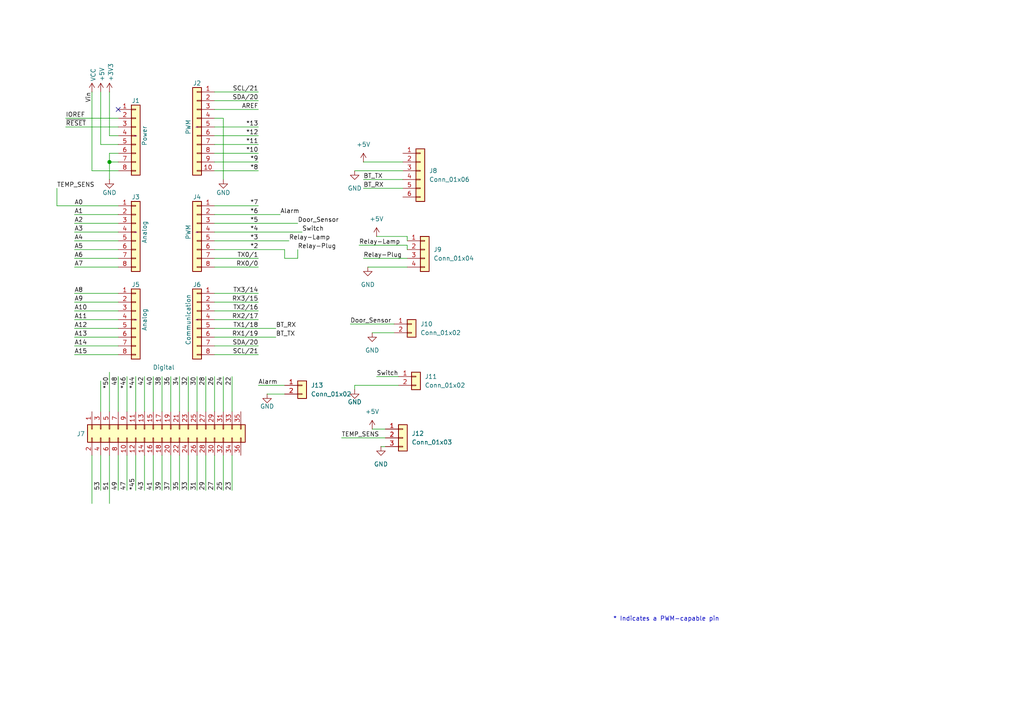
<source format=kicad_sch>
(kicad_sch
	(version 20250114)
	(generator "eeschema")
	(generator_version "9.0")
	(uuid "e63e39d7-6ac0-4ffd-8aa3-1841a4541b55")
	(paper "A4")
	(title_block
		(date "mar. 31 mars 2015")
	)
	(lib_symbols
		(symbol "Connector_Generic:Conn_01x02"
			(pin_names
				(offset 1.016)
				(hide yes)
			)
			(exclude_from_sim no)
			(in_bom yes)
			(on_board yes)
			(property "Reference" "J"
				(at 0 2.54 0)
				(effects
					(font
						(size 1.27 1.27)
					)
				)
			)
			(property "Value" "Conn_01x02"
				(at 0 -5.08 0)
				(effects
					(font
						(size 1.27 1.27)
					)
				)
			)
			(property "Footprint" ""
				(at 0 0 0)
				(effects
					(font
						(size 1.27 1.27)
					)
					(hide yes)
				)
			)
			(property "Datasheet" "~"
				(at 0 0 0)
				(effects
					(font
						(size 1.27 1.27)
					)
					(hide yes)
				)
			)
			(property "Description" "Generic connector, single row, 01x02, script generated (kicad-library-utils/schlib/autogen/connector/)"
				(at 0 0 0)
				(effects
					(font
						(size 1.27 1.27)
					)
					(hide yes)
				)
			)
			(property "ki_keywords" "connector"
				(at 0 0 0)
				(effects
					(font
						(size 1.27 1.27)
					)
					(hide yes)
				)
			)
			(property "ki_fp_filters" "Connector*:*_1x??_*"
				(at 0 0 0)
				(effects
					(font
						(size 1.27 1.27)
					)
					(hide yes)
				)
			)
			(symbol "Conn_01x02_1_1"
				(rectangle
					(start -1.27 1.27)
					(end 1.27 -3.81)
					(stroke
						(width 0.254)
						(type default)
					)
					(fill
						(type background)
					)
				)
				(rectangle
					(start -1.27 0.127)
					(end 0 -0.127)
					(stroke
						(width 0.1524)
						(type default)
					)
					(fill
						(type none)
					)
				)
				(rectangle
					(start -1.27 -2.413)
					(end 0 -2.667)
					(stroke
						(width 0.1524)
						(type default)
					)
					(fill
						(type none)
					)
				)
				(pin passive line
					(at -5.08 0 0)
					(length 3.81)
					(name "Pin_1"
						(effects
							(font
								(size 1.27 1.27)
							)
						)
					)
					(number "1"
						(effects
							(font
								(size 1.27 1.27)
							)
						)
					)
				)
				(pin passive line
					(at -5.08 -2.54 0)
					(length 3.81)
					(name "Pin_2"
						(effects
							(font
								(size 1.27 1.27)
							)
						)
					)
					(number "2"
						(effects
							(font
								(size 1.27 1.27)
							)
						)
					)
				)
			)
			(embedded_fonts no)
		)
		(symbol "Connector_Generic:Conn_01x03"
			(pin_names
				(offset 1.016)
				(hide yes)
			)
			(exclude_from_sim no)
			(in_bom yes)
			(on_board yes)
			(property "Reference" "J"
				(at 0 5.08 0)
				(effects
					(font
						(size 1.27 1.27)
					)
				)
			)
			(property "Value" "Conn_01x03"
				(at 0 -5.08 0)
				(effects
					(font
						(size 1.27 1.27)
					)
				)
			)
			(property "Footprint" ""
				(at 0 0 0)
				(effects
					(font
						(size 1.27 1.27)
					)
					(hide yes)
				)
			)
			(property "Datasheet" "~"
				(at 0 0 0)
				(effects
					(font
						(size 1.27 1.27)
					)
					(hide yes)
				)
			)
			(property "Description" "Generic connector, single row, 01x03, script generated (kicad-library-utils/schlib/autogen/connector/)"
				(at 0 0 0)
				(effects
					(font
						(size 1.27 1.27)
					)
					(hide yes)
				)
			)
			(property "ki_keywords" "connector"
				(at 0 0 0)
				(effects
					(font
						(size 1.27 1.27)
					)
					(hide yes)
				)
			)
			(property "ki_fp_filters" "Connector*:*_1x??_*"
				(at 0 0 0)
				(effects
					(font
						(size 1.27 1.27)
					)
					(hide yes)
				)
			)
			(symbol "Conn_01x03_1_1"
				(rectangle
					(start -1.27 3.81)
					(end 1.27 -3.81)
					(stroke
						(width 0.254)
						(type default)
					)
					(fill
						(type background)
					)
				)
				(rectangle
					(start -1.27 2.667)
					(end 0 2.413)
					(stroke
						(width 0.1524)
						(type default)
					)
					(fill
						(type none)
					)
				)
				(rectangle
					(start -1.27 0.127)
					(end 0 -0.127)
					(stroke
						(width 0.1524)
						(type default)
					)
					(fill
						(type none)
					)
				)
				(rectangle
					(start -1.27 -2.413)
					(end 0 -2.667)
					(stroke
						(width 0.1524)
						(type default)
					)
					(fill
						(type none)
					)
				)
				(pin passive line
					(at -5.08 2.54 0)
					(length 3.81)
					(name "Pin_1"
						(effects
							(font
								(size 1.27 1.27)
							)
						)
					)
					(number "1"
						(effects
							(font
								(size 1.27 1.27)
							)
						)
					)
				)
				(pin passive line
					(at -5.08 0 0)
					(length 3.81)
					(name "Pin_2"
						(effects
							(font
								(size 1.27 1.27)
							)
						)
					)
					(number "2"
						(effects
							(font
								(size 1.27 1.27)
							)
						)
					)
				)
				(pin passive line
					(at -5.08 -2.54 0)
					(length 3.81)
					(name "Pin_3"
						(effects
							(font
								(size 1.27 1.27)
							)
						)
					)
					(number "3"
						(effects
							(font
								(size 1.27 1.27)
							)
						)
					)
				)
			)
			(embedded_fonts no)
		)
		(symbol "Connector_Generic:Conn_01x04"
			(pin_names
				(offset 1.016)
				(hide yes)
			)
			(exclude_from_sim no)
			(in_bom yes)
			(on_board yes)
			(property "Reference" "J"
				(at 0 5.08 0)
				(effects
					(font
						(size 1.27 1.27)
					)
				)
			)
			(property "Value" "Conn_01x04"
				(at 0 -7.62 0)
				(effects
					(font
						(size 1.27 1.27)
					)
				)
			)
			(property "Footprint" ""
				(at 0 0 0)
				(effects
					(font
						(size 1.27 1.27)
					)
					(hide yes)
				)
			)
			(property "Datasheet" "~"
				(at 0 0 0)
				(effects
					(font
						(size 1.27 1.27)
					)
					(hide yes)
				)
			)
			(property "Description" "Generic connector, single row, 01x04, script generated (kicad-library-utils/schlib/autogen/connector/)"
				(at 0 0 0)
				(effects
					(font
						(size 1.27 1.27)
					)
					(hide yes)
				)
			)
			(property "ki_keywords" "connector"
				(at 0 0 0)
				(effects
					(font
						(size 1.27 1.27)
					)
					(hide yes)
				)
			)
			(property "ki_fp_filters" "Connector*:*_1x??_*"
				(at 0 0 0)
				(effects
					(font
						(size 1.27 1.27)
					)
					(hide yes)
				)
			)
			(symbol "Conn_01x04_1_1"
				(rectangle
					(start -1.27 3.81)
					(end 1.27 -6.35)
					(stroke
						(width 0.254)
						(type default)
					)
					(fill
						(type background)
					)
				)
				(rectangle
					(start -1.27 2.667)
					(end 0 2.413)
					(stroke
						(width 0.1524)
						(type default)
					)
					(fill
						(type none)
					)
				)
				(rectangle
					(start -1.27 0.127)
					(end 0 -0.127)
					(stroke
						(width 0.1524)
						(type default)
					)
					(fill
						(type none)
					)
				)
				(rectangle
					(start -1.27 -2.413)
					(end 0 -2.667)
					(stroke
						(width 0.1524)
						(type default)
					)
					(fill
						(type none)
					)
				)
				(rectangle
					(start -1.27 -4.953)
					(end 0 -5.207)
					(stroke
						(width 0.1524)
						(type default)
					)
					(fill
						(type none)
					)
				)
				(pin passive line
					(at -5.08 2.54 0)
					(length 3.81)
					(name "Pin_1"
						(effects
							(font
								(size 1.27 1.27)
							)
						)
					)
					(number "1"
						(effects
							(font
								(size 1.27 1.27)
							)
						)
					)
				)
				(pin passive line
					(at -5.08 0 0)
					(length 3.81)
					(name "Pin_2"
						(effects
							(font
								(size 1.27 1.27)
							)
						)
					)
					(number "2"
						(effects
							(font
								(size 1.27 1.27)
							)
						)
					)
				)
				(pin passive line
					(at -5.08 -2.54 0)
					(length 3.81)
					(name "Pin_3"
						(effects
							(font
								(size 1.27 1.27)
							)
						)
					)
					(number "3"
						(effects
							(font
								(size 1.27 1.27)
							)
						)
					)
				)
				(pin passive line
					(at -5.08 -5.08 0)
					(length 3.81)
					(name "Pin_4"
						(effects
							(font
								(size 1.27 1.27)
							)
						)
					)
					(number "4"
						(effects
							(font
								(size 1.27 1.27)
							)
						)
					)
				)
			)
			(embedded_fonts no)
		)
		(symbol "Connector_Generic:Conn_01x06"
			(pin_names
				(offset 1.016)
				(hide yes)
			)
			(exclude_from_sim no)
			(in_bom yes)
			(on_board yes)
			(property "Reference" "J"
				(at 0 7.62 0)
				(effects
					(font
						(size 1.27 1.27)
					)
				)
			)
			(property "Value" "Conn_01x06"
				(at 0 -10.16 0)
				(effects
					(font
						(size 1.27 1.27)
					)
				)
			)
			(property "Footprint" ""
				(at 0 0 0)
				(effects
					(font
						(size 1.27 1.27)
					)
					(hide yes)
				)
			)
			(property "Datasheet" "~"
				(at 0 0 0)
				(effects
					(font
						(size 1.27 1.27)
					)
					(hide yes)
				)
			)
			(property "Description" "Generic connector, single row, 01x06, script generated (kicad-library-utils/schlib/autogen/connector/)"
				(at 0 0 0)
				(effects
					(font
						(size 1.27 1.27)
					)
					(hide yes)
				)
			)
			(property "ki_keywords" "connector"
				(at 0 0 0)
				(effects
					(font
						(size 1.27 1.27)
					)
					(hide yes)
				)
			)
			(property "ki_fp_filters" "Connector*:*_1x??_*"
				(at 0 0 0)
				(effects
					(font
						(size 1.27 1.27)
					)
					(hide yes)
				)
			)
			(symbol "Conn_01x06_1_1"
				(rectangle
					(start -1.27 6.35)
					(end 1.27 -8.89)
					(stroke
						(width 0.254)
						(type default)
					)
					(fill
						(type background)
					)
				)
				(rectangle
					(start -1.27 5.207)
					(end 0 4.953)
					(stroke
						(width 0.1524)
						(type default)
					)
					(fill
						(type none)
					)
				)
				(rectangle
					(start -1.27 2.667)
					(end 0 2.413)
					(stroke
						(width 0.1524)
						(type default)
					)
					(fill
						(type none)
					)
				)
				(rectangle
					(start -1.27 0.127)
					(end 0 -0.127)
					(stroke
						(width 0.1524)
						(type default)
					)
					(fill
						(type none)
					)
				)
				(rectangle
					(start -1.27 -2.413)
					(end 0 -2.667)
					(stroke
						(width 0.1524)
						(type default)
					)
					(fill
						(type none)
					)
				)
				(rectangle
					(start -1.27 -4.953)
					(end 0 -5.207)
					(stroke
						(width 0.1524)
						(type default)
					)
					(fill
						(type none)
					)
				)
				(rectangle
					(start -1.27 -7.493)
					(end 0 -7.747)
					(stroke
						(width 0.1524)
						(type default)
					)
					(fill
						(type none)
					)
				)
				(pin passive line
					(at -5.08 5.08 0)
					(length 3.81)
					(name "Pin_1"
						(effects
							(font
								(size 1.27 1.27)
							)
						)
					)
					(number "1"
						(effects
							(font
								(size 1.27 1.27)
							)
						)
					)
				)
				(pin passive line
					(at -5.08 2.54 0)
					(length 3.81)
					(name "Pin_2"
						(effects
							(font
								(size 1.27 1.27)
							)
						)
					)
					(number "2"
						(effects
							(font
								(size 1.27 1.27)
							)
						)
					)
				)
				(pin passive line
					(at -5.08 0 0)
					(length 3.81)
					(name "Pin_3"
						(effects
							(font
								(size 1.27 1.27)
							)
						)
					)
					(number "3"
						(effects
							(font
								(size 1.27 1.27)
							)
						)
					)
				)
				(pin passive line
					(at -5.08 -2.54 0)
					(length 3.81)
					(name "Pin_4"
						(effects
							(font
								(size 1.27 1.27)
							)
						)
					)
					(number "4"
						(effects
							(font
								(size 1.27 1.27)
							)
						)
					)
				)
				(pin passive line
					(at -5.08 -5.08 0)
					(length 3.81)
					(name "Pin_5"
						(effects
							(font
								(size 1.27 1.27)
							)
						)
					)
					(number "5"
						(effects
							(font
								(size 1.27 1.27)
							)
						)
					)
				)
				(pin passive line
					(at -5.08 -7.62 0)
					(length 3.81)
					(name "Pin_6"
						(effects
							(font
								(size 1.27 1.27)
							)
						)
					)
					(number "6"
						(effects
							(font
								(size 1.27 1.27)
							)
						)
					)
				)
			)
			(embedded_fonts no)
		)
		(symbol "Connector_Generic:Conn_01x08"
			(pin_names
				(offset 1.016)
				(hide yes)
			)
			(exclude_from_sim no)
			(in_bom yes)
			(on_board yes)
			(property "Reference" "J"
				(at 0 10.16 0)
				(effects
					(font
						(size 1.27 1.27)
					)
				)
			)
			(property "Value" "Conn_01x08"
				(at 0 -12.7 0)
				(effects
					(font
						(size 1.27 1.27)
					)
				)
			)
			(property "Footprint" ""
				(at 0 0 0)
				(effects
					(font
						(size 1.27 1.27)
					)
					(hide yes)
				)
			)
			(property "Datasheet" "~"
				(at 0 0 0)
				(effects
					(font
						(size 1.27 1.27)
					)
					(hide yes)
				)
			)
			(property "Description" "Generic connector, single row, 01x08, script generated (kicad-library-utils/schlib/autogen/connector/)"
				(at 0 0 0)
				(effects
					(font
						(size 1.27 1.27)
					)
					(hide yes)
				)
			)
			(property "ki_keywords" "connector"
				(at 0 0 0)
				(effects
					(font
						(size 1.27 1.27)
					)
					(hide yes)
				)
			)
			(property "ki_fp_filters" "Connector*:*_1x??_*"
				(at 0 0 0)
				(effects
					(font
						(size 1.27 1.27)
					)
					(hide yes)
				)
			)
			(symbol "Conn_01x08_1_1"
				(rectangle
					(start -1.27 8.89)
					(end 1.27 -11.43)
					(stroke
						(width 0.254)
						(type default)
					)
					(fill
						(type background)
					)
				)
				(rectangle
					(start -1.27 7.747)
					(end 0 7.493)
					(stroke
						(width 0.1524)
						(type default)
					)
					(fill
						(type none)
					)
				)
				(rectangle
					(start -1.27 5.207)
					(end 0 4.953)
					(stroke
						(width 0.1524)
						(type default)
					)
					(fill
						(type none)
					)
				)
				(rectangle
					(start -1.27 2.667)
					(end 0 2.413)
					(stroke
						(width 0.1524)
						(type default)
					)
					(fill
						(type none)
					)
				)
				(rectangle
					(start -1.27 0.127)
					(end 0 -0.127)
					(stroke
						(width 0.1524)
						(type default)
					)
					(fill
						(type none)
					)
				)
				(rectangle
					(start -1.27 -2.413)
					(end 0 -2.667)
					(stroke
						(width 0.1524)
						(type default)
					)
					(fill
						(type none)
					)
				)
				(rectangle
					(start -1.27 -4.953)
					(end 0 -5.207)
					(stroke
						(width 0.1524)
						(type default)
					)
					(fill
						(type none)
					)
				)
				(rectangle
					(start -1.27 -7.493)
					(end 0 -7.747)
					(stroke
						(width 0.1524)
						(type default)
					)
					(fill
						(type none)
					)
				)
				(rectangle
					(start -1.27 -10.033)
					(end 0 -10.287)
					(stroke
						(width 0.1524)
						(type default)
					)
					(fill
						(type none)
					)
				)
				(pin passive line
					(at -5.08 7.62 0)
					(length 3.81)
					(name "Pin_1"
						(effects
							(font
								(size 1.27 1.27)
							)
						)
					)
					(number "1"
						(effects
							(font
								(size 1.27 1.27)
							)
						)
					)
				)
				(pin passive line
					(at -5.08 5.08 0)
					(length 3.81)
					(name "Pin_2"
						(effects
							(font
								(size 1.27 1.27)
							)
						)
					)
					(number "2"
						(effects
							(font
								(size 1.27 1.27)
							)
						)
					)
				)
				(pin passive line
					(at -5.08 2.54 0)
					(length 3.81)
					(name "Pin_3"
						(effects
							(font
								(size 1.27 1.27)
							)
						)
					)
					(number "3"
						(effects
							(font
								(size 1.27 1.27)
							)
						)
					)
				)
				(pin passive line
					(at -5.08 0 0)
					(length 3.81)
					(name "Pin_4"
						(effects
							(font
								(size 1.27 1.27)
							)
						)
					)
					(number "4"
						(effects
							(font
								(size 1.27 1.27)
							)
						)
					)
				)
				(pin passive line
					(at -5.08 -2.54 0)
					(length 3.81)
					(name "Pin_5"
						(effects
							(font
								(size 1.27 1.27)
							)
						)
					)
					(number "5"
						(effects
							(font
								(size 1.27 1.27)
							)
						)
					)
				)
				(pin passive line
					(at -5.08 -5.08 0)
					(length 3.81)
					(name "Pin_6"
						(effects
							(font
								(size 1.27 1.27)
							)
						)
					)
					(number "6"
						(effects
							(font
								(size 1.27 1.27)
							)
						)
					)
				)
				(pin passive line
					(at -5.08 -7.62 0)
					(length 3.81)
					(name "Pin_7"
						(effects
							(font
								(size 1.27 1.27)
							)
						)
					)
					(number "7"
						(effects
							(font
								(size 1.27 1.27)
							)
						)
					)
				)
				(pin passive line
					(at -5.08 -10.16 0)
					(length 3.81)
					(name "Pin_8"
						(effects
							(font
								(size 1.27 1.27)
							)
						)
					)
					(number "8"
						(effects
							(font
								(size 1.27 1.27)
							)
						)
					)
				)
			)
			(embedded_fonts no)
		)
		(symbol "Connector_Generic:Conn_01x10"
			(pin_names
				(offset 1.016)
				(hide yes)
			)
			(exclude_from_sim no)
			(in_bom yes)
			(on_board yes)
			(property "Reference" "J"
				(at 0 12.7 0)
				(effects
					(font
						(size 1.27 1.27)
					)
				)
			)
			(property "Value" "Conn_01x10"
				(at 0 -15.24 0)
				(effects
					(font
						(size 1.27 1.27)
					)
				)
			)
			(property "Footprint" ""
				(at 0 0 0)
				(effects
					(font
						(size 1.27 1.27)
					)
					(hide yes)
				)
			)
			(property "Datasheet" "~"
				(at 0 0 0)
				(effects
					(font
						(size 1.27 1.27)
					)
					(hide yes)
				)
			)
			(property "Description" "Generic connector, single row, 01x10, script generated (kicad-library-utils/schlib/autogen/connector/)"
				(at 0 0 0)
				(effects
					(font
						(size 1.27 1.27)
					)
					(hide yes)
				)
			)
			(property "ki_keywords" "connector"
				(at 0 0 0)
				(effects
					(font
						(size 1.27 1.27)
					)
					(hide yes)
				)
			)
			(property "ki_fp_filters" "Connector*:*_1x??_*"
				(at 0 0 0)
				(effects
					(font
						(size 1.27 1.27)
					)
					(hide yes)
				)
			)
			(symbol "Conn_01x10_1_1"
				(rectangle
					(start -1.27 11.43)
					(end 1.27 -13.97)
					(stroke
						(width 0.254)
						(type default)
					)
					(fill
						(type background)
					)
				)
				(rectangle
					(start -1.27 10.287)
					(end 0 10.033)
					(stroke
						(width 0.1524)
						(type default)
					)
					(fill
						(type none)
					)
				)
				(rectangle
					(start -1.27 7.747)
					(end 0 7.493)
					(stroke
						(width 0.1524)
						(type default)
					)
					(fill
						(type none)
					)
				)
				(rectangle
					(start -1.27 5.207)
					(end 0 4.953)
					(stroke
						(width 0.1524)
						(type default)
					)
					(fill
						(type none)
					)
				)
				(rectangle
					(start -1.27 2.667)
					(end 0 2.413)
					(stroke
						(width 0.1524)
						(type default)
					)
					(fill
						(type none)
					)
				)
				(rectangle
					(start -1.27 0.127)
					(end 0 -0.127)
					(stroke
						(width 0.1524)
						(type default)
					)
					(fill
						(type none)
					)
				)
				(rectangle
					(start -1.27 -2.413)
					(end 0 -2.667)
					(stroke
						(width 0.1524)
						(type default)
					)
					(fill
						(type none)
					)
				)
				(rectangle
					(start -1.27 -4.953)
					(end 0 -5.207)
					(stroke
						(width 0.1524)
						(type default)
					)
					(fill
						(type none)
					)
				)
				(rectangle
					(start -1.27 -7.493)
					(end 0 -7.747)
					(stroke
						(width 0.1524)
						(type default)
					)
					(fill
						(type none)
					)
				)
				(rectangle
					(start -1.27 -10.033)
					(end 0 -10.287)
					(stroke
						(width 0.1524)
						(type default)
					)
					(fill
						(type none)
					)
				)
				(rectangle
					(start -1.27 -12.573)
					(end 0 -12.827)
					(stroke
						(width 0.1524)
						(type default)
					)
					(fill
						(type none)
					)
				)
				(pin passive line
					(at -5.08 10.16 0)
					(length 3.81)
					(name "Pin_1"
						(effects
							(font
								(size 1.27 1.27)
							)
						)
					)
					(number "1"
						(effects
							(font
								(size 1.27 1.27)
							)
						)
					)
				)
				(pin passive line
					(at -5.08 7.62 0)
					(length 3.81)
					(name "Pin_2"
						(effects
							(font
								(size 1.27 1.27)
							)
						)
					)
					(number "2"
						(effects
							(font
								(size 1.27 1.27)
							)
						)
					)
				)
				(pin passive line
					(at -5.08 5.08 0)
					(length 3.81)
					(name "Pin_3"
						(effects
							(font
								(size 1.27 1.27)
							)
						)
					)
					(number "3"
						(effects
							(font
								(size 1.27 1.27)
							)
						)
					)
				)
				(pin passive line
					(at -5.08 2.54 0)
					(length 3.81)
					(name "Pin_4"
						(effects
							(font
								(size 1.27 1.27)
							)
						)
					)
					(number "4"
						(effects
							(font
								(size 1.27 1.27)
							)
						)
					)
				)
				(pin passive line
					(at -5.08 0 0)
					(length 3.81)
					(name "Pin_5"
						(effects
							(font
								(size 1.27 1.27)
							)
						)
					)
					(number "5"
						(effects
							(font
								(size 1.27 1.27)
							)
						)
					)
				)
				(pin passive line
					(at -5.08 -2.54 0)
					(length 3.81)
					(name "Pin_6"
						(effects
							(font
								(size 1.27 1.27)
							)
						)
					)
					(number "6"
						(effects
							(font
								(size 1.27 1.27)
							)
						)
					)
				)
				(pin passive line
					(at -5.08 -5.08 0)
					(length 3.81)
					(name "Pin_7"
						(effects
							(font
								(size 1.27 1.27)
							)
						)
					)
					(number "7"
						(effects
							(font
								(size 1.27 1.27)
							)
						)
					)
				)
				(pin passive line
					(at -5.08 -7.62 0)
					(length 3.81)
					(name "Pin_8"
						(effects
							(font
								(size 1.27 1.27)
							)
						)
					)
					(number "8"
						(effects
							(font
								(size 1.27 1.27)
							)
						)
					)
				)
				(pin passive line
					(at -5.08 -10.16 0)
					(length 3.81)
					(name "Pin_9"
						(effects
							(font
								(size 1.27 1.27)
							)
						)
					)
					(number "9"
						(effects
							(font
								(size 1.27 1.27)
							)
						)
					)
				)
				(pin passive line
					(at -5.08 -12.7 0)
					(length 3.81)
					(name "Pin_10"
						(effects
							(font
								(size 1.27 1.27)
							)
						)
					)
					(number "10"
						(effects
							(font
								(size 1.27 1.27)
							)
						)
					)
				)
			)
			(embedded_fonts no)
		)
		(symbol "Connector_Generic:Conn_02x18_Odd_Even"
			(pin_names
				(offset 1.016)
				(hide yes)
			)
			(exclude_from_sim no)
			(in_bom yes)
			(on_board yes)
			(property "Reference" "J"
				(at 1.27 22.86 0)
				(effects
					(font
						(size 1.27 1.27)
					)
				)
			)
			(property "Value" "Conn_02x18_Odd_Even"
				(at 1.27 -25.4 0)
				(effects
					(font
						(size 1.27 1.27)
					)
				)
			)
			(property "Footprint" ""
				(at 0 0 0)
				(effects
					(font
						(size 1.27 1.27)
					)
					(hide yes)
				)
			)
			(property "Datasheet" "~"
				(at 0 0 0)
				(effects
					(font
						(size 1.27 1.27)
					)
					(hide yes)
				)
			)
			(property "Description" "Generic connector, double row, 02x18, odd/even pin numbering scheme (row 1 odd numbers, row 2 even numbers), script generated (kicad-library-utils/schlib/autogen/connector/)"
				(at 0 0 0)
				(effects
					(font
						(size 1.27 1.27)
					)
					(hide yes)
				)
			)
			(property "ki_keywords" "connector"
				(at 0 0 0)
				(effects
					(font
						(size 1.27 1.27)
					)
					(hide yes)
				)
			)
			(property "ki_fp_filters" "Connector*:*_2x??_*"
				(at 0 0 0)
				(effects
					(font
						(size 1.27 1.27)
					)
					(hide yes)
				)
			)
			(symbol "Conn_02x18_Odd_Even_1_1"
				(rectangle
					(start -1.27 21.59)
					(end 3.81 -24.13)
					(stroke
						(width 0.254)
						(type default)
					)
					(fill
						(type background)
					)
				)
				(rectangle
					(start -1.27 20.447)
					(end 0 20.193)
					(stroke
						(width 0.1524)
						(type default)
					)
					(fill
						(type none)
					)
				)
				(rectangle
					(start -1.27 17.907)
					(end 0 17.653)
					(stroke
						(width 0.1524)
						(type default)
					)
					(fill
						(type none)
					)
				)
				(rectangle
					(start -1.27 15.367)
					(end 0 15.113)
					(stroke
						(width 0.1524)
						(type default)
					)
					(fill
						(type none)
					)
				)
				(rectangle
					(start -1.27 12.827)
					(end 0 12.573)
					(stroke
						(width 0.1524)
						(type default)
					)
					(fill
						(type none)
					)
				)
				(rectangle
					(start -1.27 10.287)
					(end 0 10.033)
					(stroke
						(width 0.1524)
						(type default)
					)
					(fill
						(type none)
					)
				)
				(rectangle
					(start -1.27 7.747)
					(end 0 7.493)
					(stroke
						(width 0.1524)
						(type default)
					)
					(fill
						(type none)
					)
				)
				(rectangle
					(start -1.27 5.207)
					(end 0 4.953)
					(stroke
						(width 0.1524)
						(type default)
					)
					(fill
						(type none)
					)
				)
				(rectangle
					(start -1.27 2.667)
					(end 0 2.413)
					(stroke
						(width 0.1524)
						(type default)
					)
					(fill
						(type none)
					)
				)
				(rectangle
					(start -1.27 0.127)
					(end 0 -0.127)
					(stroke
						(width 0.1524)
						(type default)
					)
					(fill
						(type none)
					)
				)
				(rectangle
					(start -1.27 -2.413)
					(end 0 -2.667)
					(stroke
						(width 0.1524)
						(type default)
					)
					(fill
						(type none)
					)
				)
				(rectangle
					(start -1.27 -4.953)
					(end 0 -5.207)
					(stroke
						(width 0.1524)
						(type default)
					)
					(fill
						(type none)
					)
				)
				(rectangle
					(start -1.27 -7.493)
					(end 0 -7.747)
					(stroke
						(width 0.1524)
						(type default)
					)
					(fill
						(type none)
					)
				)
				(rectangle
					(start -1.27 -10.033)
					(end 0 -10.287)
					(stroke
						(width 0.1524)
						(type default)
					)
					(fill
						(type none)
					)
				)
				(rectangle
					(start -1.27 -12.573)
					(end 0 -12.827)
					(stroke
						(width 0.1524)
						(type default)
					)
					(fill
						(type none)
					)
				)
				(rectangle
					(start -1.27 -15.113)
					(end 0 -15.367)
					(stroke
						(width 0.1524)
						(type default)
					)
					(fill
						(type none)
					)
				)
				(rectangle
					(start -1.27 -17.653)
					(end 0 -17.907)
					(stroke
						(width 0.1524)
						(type default)
					)
					(fill
						(type none)
					)
				)
				(rectangle
					(start -1.27 -20.193)
					(end 0 -20.447)
					(stroke
						(width 0.1524)
						(type default)
					)
					(fill
						(type none)
					)
				)
				(rectangle
					(start -1.27 -22.733)
					(end 0 -22.987)
					(stroke
						(width 0.1524)
						(type default)
					)
					(fill
						(type none)
					)
				)
				(rectangle
					(start 3.81 20.447)
					(end 2.54 20.193)
					(stroke
						(width 0.1524)
						(type default)
					)
					(fill
						(type none)
					)
				)
				(rectangle
					(start 3.81 17.907)
					(end 2.54 17.653)
					(stroke
						(width 0.1524)
						(type default)
					)
					(fill
						(type none)
					)
				)
				(rectangle
					(start 3.81 15.367)
					(end 2.54 15.113)
					(stroke
						(width 0.1524)
						(type default)
					)
					(fill
						(type none)
					)
				)
				(rectangle
					(start 3.81 12.827)
					(end 2.54 12.573)
					(stroke
						(width 0.1524)
						(type default)
					)
					(fill
						(type none)
					)
				)
				(rectangle
					(start 3.81 10.287)
					(end 2.54 10.033)
					(stroke
						(width 0.1524)
						(type default)
					)
					(fill
						(type none)
					)
				)
				(rectangle
					(start 3.81 7.747)
					(end 2.54 7.493)
					(stroke
						(width 0.1524)
						(type default)
					)
					(fill
						(type none)
					)
				)
				(rectangle
					(start 3.81 5.207)
					(end 2.54 4.953)
					(stroke
						(width 0.1524)
						(type default)
					)
					(fill
						(type none)
					)
				)
				(rectangle
					(start 3.81 2.667)
					(end 2.54 2.413)
					(stroke
						(width 0.1524)
						(type default)
					)
					(fill
						(type none)
					)
				)
				(rectangle
					(start 3.81 0.127)
					(end 2.54 -0.127)
					(stroke
						(width 0.1524)
						(type default)
					)
					(fill
						(type none)
					)
				)
				(rectangle
					(start 3.81 -2.413)
					(end 2.54 -2.667)
					(stroke
						(width 0.1524)
						(type default)
					)
					(fill
						(type none)
					)
				)
				(rectangle
					(start 3.81 -4.953)
					(end 2.54 -5.207)
					(stroke
						(width 0.1524)
						(type default)
					)
					(fill
						(type none)
					)
				)
				(rectangle
					(start 3.81 -7.493)
					(end 2.54 -7.747)
					(stroke
						(width 0.1524)
						(type default)
					)
					(fill
						(type none)
					)
				)
				(rectangle
					(start 3.81 -10.033)
					(end 2.54 -10.287)
					(stroke
						(width 0.1524)
						(type default)
					)
					(fill
						(type none)
					)
				)
				(rectangle
					(start 3.81 -12.573)
					(end 2.54 -12.827)
					(stroke
						(width 0.1524)
						(type default)
					)
					(fill
						(type none)
					)
				)
				(rectangle
					(start 3.81 -15.113)
					(end 2.54 -15.367)
					(stroke
						(width 0.1524)
						(type default)
					)
					(fill
						(type none)
					)
				)
				(rectangle
					(start 3.81 -17.653)
					(end 2.54 -17.907)
					(stroke
						(width 0.1524)
						(type default)
					)
					(fill
						(type none)
					)
				)
				(rectangle
					(start 3.81 -20.193)
					(end 2.54 -20.447)
					(stroke
						(width 0.1524)
						(type default)
					)
					(fill
						(type none)
					)
				)
				(rectangle
					(start 3.81 -22.733)
					(end 2.54 -22.987)
					(stroke
						(width 0.1524)
						(type default)
					)
					(fill
						(type none)
					)
				)
				(pin passive line
					(at -5.08 20.32 0)
					(length 3.81)
					(name "Pin_1"
						(effects
							(font
								(size 1.27 1.27)
							)
						)
					)
					(number "1"
						(effects
							(font
								(size 1.27 1.27)
							)
						)
					)
				)
				(pin passive line
					(at -5.08 17.78 0)
					(length 3.81)
					(name "Pin_3"
						(effects
							(font
								(size 1.27 1.27)
							)
						)
					)
					(number "3"
						(effects
							(font
								(size 1.27 1.27)
							)
						)
					)
				)
				(pin passive line
					(at -5.08 15.24 0)
					(length 3.81)
					(name "Pin_5"
						(effects
							(font
								(size 1.27 1.27)
							)
						)
					)
					(number "5"
						(effects
							(font
								(size 1.27 1.27)
							)
						)
					)
				)
				(pin passive line
					(at -5.08 12.7 0)
					(length 3.81)
					(name "Pin_7"
						(effects
							(font
								(size 1.27 1.27)
							)
						)
					)
					(number "7"
						(effects
							(font
								(size 1.27 1.27)
							)
						)
					)
				)
				(pin passive line
					(at -5.08 10.16 0)
					(length 3.81)
					(name "Pin_9"
						(effects
							(font
								(size 1.27 1.27)
							)
						)
					)
					(number "9"
						(effects
							(font
								(size 1.27 1.27)
							)
						)
					)
				)
				(pin passive line
					(at -5.08 7.62 0)
					(length 3.81)
					(name "Pin_11"
						(effects
							(font
								(size 1.27 1.27)
							)
						)
					)
					(number "11"
						(effects
							(font
								(size 1.27 1.27)
							)
						)
					)
				)
				(pin passive line
					(at -5.08 5.08 0)
					(length 3.81)
					(name "Pin_13"
						(effects
							(font
								(size 1.27 1.27)
							)
						)
					)
					(number "13"
						(effects
							(font
								(size 1.27 1.27)
							)
						)
					)
				)
				(pin passive line
					(at -5.08 2.54 0)
					(length 3.81)
					(name "Pin_15"
						(effects
							(font
								(size 1.27 1.27)
							)
						)
					)
					(number "15"
						(effects
							(font
								(size 1.27 1.27)
							)
						)
					)
				)
				(pin passive line
					(at -5.08 0 0)
					(length 3.81)
					(name "Pin_17"
						(effects
							(font
								(size 1.27 1.27)
							)
						)
					)
					(number "17"
						(effects
							(font
								(size 1.27 1.27)
							)
						)
					)
				)
				(pin passive line
					(at -5.08 -2.54 0)
					(length 3.81)
					(name "Pin_19"
						(effects
							(font
								(size 1.27 1.27)
							)
						)
					)
					(number "19"
						(effects
							(font
								(size 1.27 1.27)
							)
						)
					)
				)
				(pin passive line
					(at -5.08 -5.08 0)
					(length 3.81)
					(name "Pin_21"
						(effects
							(font
								(size 1.27 1.27)
							)
						)
					)
					(number "21"
						(effects
							(font
								(size 1.27 1.27)
							)
						)
					)
				)
				(pin passive line
					(at -5.08 -7.62 0)
					(length 3.81)
					(name "Pin_23"
						(effects
							(font
								(size 1.27 1.27)
							)
						)
					)
					(number "23"
						(effects
							(font
								(size 1.27 1.27)
							)
						)
					)
				)
				(pin passive line
					(at -5.08 -10.16 0)
					(length 3.81)
					(name "Pin_25"
						(effects
							(font
								(size 1.27 1.27)
							)
						)
					)
					(number "25"
						(effects
							(font
								(size 1.27 1.27)
							)
						)
					)
				)
				(pin passive line
					(at -5.08 -12.7 0)
					(length 3.81)
					(name "Pin_27"
						(effects
							(font
								(size 1.27 1.27)
							)
						)
					)
					(number "27"
						(effects
							(font
								(size 1.27 1.27)
							)
						)
					)
				)
				(pin passive line
					(at -5.08 -15.24 0)
					(length 3.81)
					(name "Pin_29"
						(effects
							(font
								(size 1.27 1.27)
							)
						)
					)
					(number "29"
						(effects
							(font
								(size 1.27 1.27)
							)
						)
					)
				)
				(pin passive line
					(at -5.08 -17.78 0)
					(length 3.81)
					(name "Pin_31"
						(effects
							(font
								(size 1.27 1.27)
							)
						)
					)
					(number "31"
						(effects
							(font
								(size 1.27 1.27)
							)
						)
					)
				)
				(pin passive line
					(at -5.08 -20.32 0)
					(length 3.81)
					(name "Pin_33"
						(effects
							(font
								(size 1.27 1.27)
							)
						)
					)
					(number "33"
						(effects
							(font
								(size 1.27 1.27)
							)
						)
					)
				)
				(pin passive line
					(at -5.08 -22.86 0)
					(length 3.81)
					(name "Pin_35"
						(effects
							(font
								(size 1.27 1.27)
							)
						)
					)
					(number "35"
						(effects
							(font
								(size 1.27 1.27)
							)
						)
					)
				)
				(pin passive line
					(at 7.62 20.32 180)
					(length 3.81)
					(name "Pin_2"
						(effects
							(font
								(size 1.27 1.27)
							)
						)
					)
					(number "2"
						(effects
							(font
								(size 1.27 1.27)
							)
						)
					)
				)
				(pin passive line
					(at 7.62 17.78 180)
					(length 3.81)
					(name "Pin_4"
						(effects
							(font
								(size 1.27 1.27)
							)
						)
					)
					(number "4"
						(effects
							(font
								(size 1.27 1.27)
							)
						)
					)
				)
				(pin passive line
					(at 7.62 15.24 180)
					(length 3.81)
					(name "Pin_6"
						(effects
							(font
								(size 1.27 1.27)
							)
						)
					)
					(number "6"
						(effects
							(font
								(size 1.27 1.27)
							)
						)
					)
				)
				(pin passive line
					(at 7.62 12.7 180)
					(length 3.81)
					(name "Pin_8"
						(effects
							(font
								(size 1.27 1.27)
							)
						)
					)
					(number "8"
						(effects
							(font
								(size 1.27 1.27)
							)
						)
					)
				)
				(pin passive line
					(at 7.62 10.16 180)
					(length 3.81)
					(name "Pin_10"
						(effects
							(font
								(size 1.27 1.27)
							)
						)
					)
					(number "10"
						(effects
							(font
								(size 1.27 1.27)
							)
						)
					)
				)
				(pin passive line
					(at 7.62 7.62 180)
					(length 3.81)
					(name "Pin_12"
						(effects
							(font
								(size 1.27 1.27)
							)
						)
					)
					(number "12"
						(effects
							(font
								(size 1.27 1.27)
							)
						)
					)
				)
				(pin passive line
					(at 7.62 5.08 180)
					(length 3.81)
					(name "Pin_14"
						(effects
							(font
								(size 1.27 1.27)
							)
						)
					)
					(number "14"
						(effects
							(font
								(size 1.27 1.27)
							)
						)
					)
				)
				(pin passive line
					(at 7.62 2.54 180)
					(length 3.81)
					(name "Pin_16"
						(effects
							(font
								(size 1.27 1.27)
							)
						)
					)
					(number "16"
						(effects
							(font
								(size 1.27 1.27)
							)
						)
					)
				)
				(pin passive line
					(at 7.62 0 180)
					(length 3.81)
					(name "Pin_18"
						(effects
							(font
								(size 1.27 1.27)
							)
						)
					)
					(number "18"
						(effects
							(font
								(size 1.27 1.27)
							)
						)
					)
				)
				(pin passive line
					(at 7.62 -2.54 180)
					(length 3.81)
					(name "Pin_20"
						(effects
							(font
								(size 1.27 1.27)
							)
						)
					)
					(number "20"
						(effects
							(font
								(size 1.27 1.27)
							)
						)
					)
				)
				(pin passive line
					(at 7.62 -5.08 180)
					(length 3.81)
					(name "Pin_22"
						(effects
							(font
								(size 1.27 1.27)
							)
						)
					)
					(number "22"
						(effects
							(font
								(size 1.27 1.27)
							)
						)
					)
				)
				(pin passive line
					(at 7.62 -7.62 180)
					(length 3.81)
					(name "Pin_24"
						(effects
							(font
								(size 1.27 1.27)
							)
						)
					)
					(number "24"
						(effects
							(font
								(size 1.27 1.27)
							)
						)
					)
				)
				(pin passive line
					(at 7.62 -10.16 180)
					(length 3.81)
					(name "Pin_26"
						(effects
							(font
								(size 1.27 1.27)
							)
						)
					)
					(number "26"
						(effects
							(font
								(size 1.27 1.27)
							)
						)
					)
				)
				(pin passive line
					(at 7.62 -12.7 180)
					(length 3.81)
					(name "Pin_28"
						(effects
							(font
								(size 1.27 1.27)
							)
						)
					)
					(number "28"
						(effects
							(font
								(size 1.27 1.27)
							)
						)
					)
				)
				(pin passive line
					(at 7.62 -15.24 180)
					(length 3.81)
					(name "Pin_30"
						(effects
							(font
								(size 1.27 1.27)
							)
						)
					)
					(number "30"
						(effects
							(font
								(size 1.27 1.27)
							)
						)
					)
				)
				(pin passive line
					(at 7.62 -17.78 180)
					(length 3.81)
					(name "Pin_32"
						(effects
							(font
								(size 1.27 1.27)
							)
						)
					)
					(number "32"
						(effects
							(font
								(size 1.27 1.27)
							)
						)
					)
				)
				(pin passive line
					(at 7.62 -20.32 180)
					(length 3.81)
					(name "Pin_34"
						(effects
							(font
								(size 1.27 1.27)
							)
						)
					)
					(number "34"
						(effects
							(font
								(size 1.27 1.27)
							)
						)
					)
				)
				(pin passive line
					(at 7.62 -22.86 180)
					(length 3.81)
					(name "Pin_36"
						(effects
							(font
								(size 1.27 1.27)
							)
						)
					)
					(number "36"
						(effects
							(font
								(size 1.27 1.27)
							)
						)
					)
				)
			)
			(embedded_fonts no)
		)
		(symbol "power:+3V3"
			(power)
			(pin_numbers
				(hide yes)
			)
			(pin_names
				(offset 0)
				(hide yes)
			)
			(exclude_from_sim no)
			(in_bom yes)
			(on_board yes)
			(property "Reference" "#PWR"
				(at 0 -3.81 0)
				(effects
					(font
						(size 1.27 1.27)
					)
					(hide yes)
				)
			)
			(property "Value" "+3V3"
				(at 0 3.556 0)
				(effects
					(font
						(size 1.27 1.27)
					)
				)
			)
			(property "Footprint" ""
				(at 0 0 0)
				(effects
					(font
						(size 1.27 1.27)
					)
					(hide yes)
				)
			)
			(property "Datasheet" ""
				(at 0 0 0)
				(effects
					(font
						(size 1.27 1.27)
					)
					(hide yes)
				)
			)
			(property "Description" "Power symbol creates a global label with name \"+3V3\""
				(at 0 0 0)
				(effects
					(font
						(size 1.27 1.27)
					)
					(hide yes)
				)
			)
			(property "ki_keywords" "global power"
				(at 0 0 0)
				(effects
					(font
						(size 1.27 1.27)
					)
					(hide yes)
				)
			)
			(symbol "+3V3_0_1"
				(polyline
					(pts
						(xy -0.762 1.27) (xy 0 2.54)
					)
					(stroke
						(width 0)
						(type default)
					)
					(fill
						(type none)
					)
				)
				(polyline
					(pts
						(xy 0 2.54) (xy 0.762 1.27)
					)
					(stroke
						(width 0)
						(type default)
					)
					(fill
						(type none)
					)
				)
				(polyline
					(pts
						(xy 0 0) (xy 0 2.54)
					)
					(stroke
						(width 0)
						(type default)
					)
					(fill
						(type none)
					)
				)
			)
			(symbol "+3V3_1_1"
				(pin power_in line
					(at 0 0 90)
					(length 0)
					(name "~"
						(effects
							(font
								(size 1.27 1.27)
							)
						)
					)
					(number "1"
						(effects
							(font
								(size 1.27 1.27)
							)
						)
					)
				)
			)
			(embedded_fonts no)
		)
		(symbol "power:+5V"
			(power)
			(pin_numbers
				(hide yes)
			)
			(pin_names
				(offset 0)
				(hide yes)
			)
			(exclude_from_sim no)
			(in_bom yes)
			(on_board yes)
			(property "Reference" "#PWR"
				(at 0 -3.81 0)
				(effects
					(font
						(size 1.27 1.27)
					)
					(hide yes)
				)
			)
			(property "Value" "+5V"
				(at 0 3.556 0)
				(effects
					(font
						(size 1.27 1.27)
					)
				)
			)
			(property "Footprint" ""
				(at 0 0 0)
				(effects
					(font
						(size 1.27 1.27)
					)
					(hide yes)
				)
			)
			(property "Datasheet" ""
				(at 0 0 0)
				(effects
					(font
						(size 1.27 1.27)
					)
					(hide yes)
				)
			)
			(property "Description" "Power symbol creates a global label with name \"+5V\""
				(at 0 0 0)
				(effects
					(font
						(size 1.27 1.27)
					)
					(hide yes)
				)
			)
			(property "ki_keywords" "global power"
				(at 0 0 0)
				(effects
					(font
						(size 1.27 1.27)
					)
					(hide yes)
				)
			)
			(symbol "+5V_0_1"
				(polyline
					(pts
						(xy -0.762 1.27) (xy 0 2.54)
					)
					(stroke
						(width 0)
						(type default)
					)
					(fill
						(type none)
					)
				)
				(polyline
					(pts
						(xy 0 2.54) (xy 0.762 1.27)
					)
					(stroke
						(width 0)
						(type default)
					)
					(fill
						(type none)
					)
				)
				(polyline
					(pts
						(xy 0 0) (xy 0 2.54)
					)
					(stroke
						(width 0)
						(type default)
					)
					(fill
						(type none)
					)
				)
			)
			(symbol "+5V_1_1"
				(pin power_in line
					(at 0 0 90)
					(length 0)
					(name "~"
						(effects
							(font
								(size 1.27 1.27)
							)
						)
					)
					(number "1"
						(effects
							(font
								(size 1.27 1.27)
							)
						)
					)
				)
			)
			(embedded_fonts no)
		)
		(symbol "power:GND"
			(power)
			(pin_numbers
				(hide yes)
			)
			(pin_names
				(offset 0)
				(hide yes)
			)
			(exclude_from_sim no)
			(in_bom yes)
			(on_board yes)
			(property "Reference" "#PWR"
				(at 0 -6.35 0)
				(effects
					(font
						(size 1.27 1.27)
					)
					(hide yes)
				)
			)
			(property "Value" "GND"
				(at 0 -3.81 0)
				(effects
					(font
						(size 1.27 1.27)
					)
				)
			)
			(property "Footprint" ""
				(at 0 0 0)
				(effects
					(font
						(size 1.27 1.27)
					)
					(hide yes)
				)
			)
			(property "Datasheet" ""
				(at 0 0 0)
				(effects
					(font
						(size 1.27 1.27)
					)
					(hide yes)
				)
			)
			(property "Description" "Power symbol creates a global label with name \"GND\" , ground"
				(at 0 0 0)
				(effects
					(font
						(size 1.27 1.27)
					)
					(hide yes)
				)
			)
			(property "ki_keywords" "global power"
				(at 0 0 0)
				(effects
					(font
						(size 1.27 1.27)
					)
					(hide yes)
				)
			)
			(symbol "GND_0_1"
				(polyline
					(pts
						(xy 0 0) (xy 0 -1.27) (xy 1.27 -1.27) (xy 0 -2.54) (xy -1.27 -1.27) (xy 0 -1.27)
					)
					(stroke
						(width 0)
						(type default)
					)
					(fill
						(type none)
					)
				)
			)
			(symbol "GND_1_1"
				(pin power_in line
					(at 0 0 270)
					(length 0)
					(name "~"
						(effects
							(font
								(size 1.27 1.27)
							)
						)
					)
					(number "1"
						(effects
							(font
								(size 1.27 1.27)
							)
						)
					)
				)
			)
			(embedded_fonts no)
		)
		(symbol "power:VCC"
			(power)
			(pin_numbers
				(hide yes)
			)
			(pin_names
				(offset 0)
				(hide yes)
			)
			(exclude_from_sim no)
			(in_bom yes)
			(on_board yes)
			(property "Reference" "#PWR"
				(at 0 -3.81 0)
				(effects
					(font
						(size 1.27 1.27)
					)
					(hide yes)
				)
			)
			(property "Value" "VCC"
				(at 0 3.556 0)
				(effects
					(font
						(size 1.27 1.27)
					)
				)
			)
			(property "Footprint" ""
				(at 0 0 0)
				(effects
					(font
						(size 1.27 1.27)
					)
					(hide yes)
				)
			)
			(property "Datasheet" ""
				(at 0 0 0)
				(effects
					(font
						(size 1.27 1.27)
					)
					(hide yes)
				)
			)
			(property "Description" "Power symbol creates a global label with name \"VCC\""
				(at 0 0 0)
				(effects
					(font
						(size 1.27 1.27)
					)
					(hide yes)
				)
			)
			(property "ki_keywords" "global power"
				(at 0 0 0)
				(effects
					(font
						(size 1.27 1.27)
					)
					(hide yes)
				)
			)
			(symbol "VCC_0_1"
				(polyline
					(pts
						(xy -0.762 1.27) (xy 0 2.54)
					)
					(stroke
						(width 0)
						(type default)
					)
					(fill
						(type none)
					)
				)
				(polyline
					(pts
						(xy 0 2.54) (xy 0.762 1.27)
					)
					(stroke
						(width 0)
						(type default)
					)
					(fill
						(type none)
					)
				)
				(polyline
					(pts
						(xy 0 0) (xy 0 2.54)
					)
					(stroke
						(width 0)
						(type default)
					)
					(fill
						(type none)
					)
				)
			)
			(symbol "VCC_1_1"
				(pin power_in line
					(at 0 0 90)
					(length 0)
					(name "~"
						(effects
							(font
								(size 1.27 1.27)
							)
						)
					)
					(number "1"
						(effects
							(font
								(size 1.27 1.27)
							)
						)
					)
				)
			)
			(embedded_fonts no)
		)
	)
	(text "* Indicates a PWM-capable pin"
		(exclude_from_sim no)
		(at 177.8 180.34 0)
		(effects
			(font
				(size 1.27 1.27)
			)
			(justify left bottom)
		)
		(uuid "c364973a-9a67-4667-8185-a3a5c6c6cbdf")
	)
	(junction
		(at 31.75 46.99)
		(diameter 1.016)
		(color 0 0 0 0)
		(uuid "48ab88d7-7084-4d02-b109-3ad55a30bb11")
	)
	(no_connect
		(at 34.29 31.75)
		(uuid "d181157c-7812-47e5-a0cf-9580c905fc86")
	)
	(wire
		(pts
			(xy 62.23 77.47) (xy 74.93 77.47)
		)
		(stroke
			(width 0)
			(type solid)
		)
		(uuid "010ba307-2067-49d3-b0fa-6414143f3fc2")
	)
	(wire
		(pts
			(xy 102.87 111.76) (xy 115.57 111.76)
		)
		(stroke
			(width 0)
			(type default)
		)
		(uuid "0491a313-abcd-4a64-9a1f-2ce1060032a6")
	)
	(wire
		(pts
			(xy 21.59 77.47) (xy 34.29 77.47)
		)
		(stroke
			(width 0)
			(type solid)
		)
		(uuid "0652781e-53d8-47f0-b2a2-8f05e7e95976")
	)
	(wire
		(pts
			(xy 62.23 44.45) (xy 74.93 44.45)
		)
		(stroke
			(width 0)
			(type solid)
		)
		(uuid "09480ba4-37da-45e3-b9fe-6beebf876349")
	)
	(wire
		(pts
			(xy 44.45 109.22) (xy 44.45 119.38)
		)
		(stroke
			(width 0)
			(type solid)
		)
		(uuid "09bae494-828c-4c2a-b830-a0a856467655")
	)
	(wire
		(pts
			(xy 62.23 26.67) (xy 74.93 26.67)
		)
		(stroke
			(width 0)
			(type solid)
		)
		(uuid "0f5d2189-4ead-42fa-8f7a-cfa3af4de132")
	)
	(wire
		(pts
			(xy 16.51 54.61) (xy 16.51 59.69)
		)
		(stroke
			(width 0)
			(type default)
		)
		(uuid "1049f053-0458-41e0-bb2b-25ebecc9e695")
	)
	(wire
		(pts
			(xy 46.99 109.22) (xy 46.99 119.38)
		)
		(stroke
			(width 0)
			(type solid)
		)
		(uuid "10a001fd-550c-4180-b3e7-b52dc39e5aa8")
	)
	(wire
		(pts
			(xy 102.87 49.53) (xy 116.84 49.53)
		)
		(stroke
			(width 0)
			(type default)
		)
		(uuid "12c16fb3-8d96-44e1-a121-47e26c83debd")
	)
	(wire
		(pts
			(xy 62.23 90.17) (xy 74.93 90.17)
		)
		(stroke
			(width 0)
			(type solid)
		)
		(uuid "1c2f44b3-e471-419a-a532-7c16aa64a472")
	)
	(wire
		(pts
			(xy 31.75 44.45) (xy 31.75 46.99)
		)
		(stroke
			(width 0)
			(type solid)
		)
		(uuid "1c31b835-925f-4a5c-92df-8f2558bb711b")
	)
	(wire
		(pts
			(xy 49.53 132.08) (xy 49.53 142.24)
		)
		(stroke
			(width 0)
			(type solid)
		)
		(uuid "2082ad00-caf1-4c27-a300-bb74cbea51d5")
	)
	(wire
		(pts
			(xy 21.59 72.39) (xy 34.29 72.39)
		)
		(stroke
			(width 0)
			(type solid)
		)
		(uuid "20854542-d0b0-4be7-af02-0e5fceb34e01")
	)
	(wire
		(pts
			(xy 105.41 54.61) (xy 116.84 54.61)
		)
		(stroke
			(width 0)
			(type default)
		)
		(uuid "2310b20c-66bb-4b90-9b15-b36345f24e8b")
	)
	(wire
		(pts
			(xy 54.61 109.22) (xy 54.61 119.38)
		)
		(stroke
			(width 0)
			(type solid)
		)
		(uuid "240a4724-43ab-4c76-a4be-faba45871514")
	)
	(wire
		(pts
			(xy 31.75 107.95) (xy 31.75 119.38)
		)
		(stroke
			(width 0)
			(type solid)
		)
		(uuid "26bea2f6-8ba9-43a7-b08e-44ff1d53c861")
	)
	(wire
		(pts
			(xy 67.31 109.22) (xy 67.31 119.38)
		)
		(stroke
			(width 0)
			(type solid)
		)
		(uuid "26d78356-26a3-485e-b0af-424b53a233d6")
	)
	(wire
		(pts
			(xy 77.47 114.3) (xy 82.55 114.3)
		)
		(stroke
			(width 0)
			(type default)
		)
		(uuid "2a08570f-f45e-450d-a01a-65ea9c30a4e9")
	)
	(wire
		(pts
			(xy 118.11 71.12) (xy 118.11 72.39)
		)
		(stroke
			(width 0)
			(type default)
		)
		(uuid "2a17707d-8866-47d6-80a9-bcdee9a1ff59")
	)
	(wire
		(pts
			(xy 105.41 52.07) (xy 116.84 52.07)
		)
		(stroke
			(width 0)
			(type default)
		)
		(uuid "2d519211-83a1-4a5b-b741-cba023f85840")
	)
	(wire
		(pts
			(xy 110.49 129.54) (xy 111.76 129.54)
		)
		(stroke
			(width 0)
			(type default)
		)
		(uuid "2dbbe1d8-d031-46f1-bbbf-36fe41112cd1")
	)
	(wire
		(pts
			(xy 31.75 46.99) (xy 31.75 52.07)
		)
		(stroke
			(width 0)
			(type solid)
		)
		(uuid "2df788b2-ce68-49bc-a497-4b6570a17f30")
	)
	(wire
		(pts
			(xy 62.23 132.08) (xy 62.23 142.24)
		)
		(stroke
			(width 0)
			(type solid)
		)
		(uuid "30de24f4-c296-4bae-91cb-4c45e4f4e472")
	)
	(wire
		(pts
			(xy 31.75 39.37) (xy 34.29 39.37)
		)
		(stroke
			(width 0)
			(type solid)
		)
		(uuid "3334b11d-5a13-40b4-a117-d693c543e4ab")
	)
	(wire
		(pts
			(xy 41.91 109.22) (xy 41.91 119.38)
		)
		(stroke
			(width 0)
			(type solid)
		)
		(uuid "338b140a-cde8-42cb-8e1b-f5142dc1f9a8")
	)
	(wire
		(pts
			(xy 29.21 41.91) (xy 34.29 41.91)
		)
		(stroke
			(width 0)
			(type solid)
		)
		(uuid "3661f80c-fef8-4441-83be-df8930b3b45e")
	)
	(wire
		(pts
			(xy 52.07 132.08) (xy 52.07 142.24)
		)
		(stroke
			(width 0)
			(type solid)
		)
		(uuid "36dc773e-391f-493a-ac15-7ab79ba58e0e")
	)
	(wire
		(pts
			(xy 86.36 74.93) (xy 82.55 74.93)
		)
		(stroke
			(width 0)
			(type default)
		)
		(uuid "389a8acc-d18c-4eb2-ade3-9af17b8a00db")
	)
	(wire
		(pts
			(xy 29.21 26.67) (xy 29.21 41.91)
		)
		(stroke
			(width 0)
			(type solid)
		)
		(uuid "392bf1f6-bf67-427d-8d4c-0a87cb757556")
	)
	(wire
		(pts
			(xy 21.59 102.87) (xy 34.29 102.87)
		)
		(stroke
			(width 0)
			(type solid)
		)
		(uuid "3a45db4f-43df-448a-90e5-fa734e4985d6")
	)
	(wire
		(pts
			(xy 36.83 132.08) (xy 36.83 142.24)
		)
		(stroke
			(width 0)
			(type solid)
		)
		(uuid "3ae83c3d-8380-48c7-a73d-ae2011c5444d")
	)
	(wire
		(pts
			(xy 104.14 71.12) (xy 118.11 71.12)
		)
		(stroke
			(width 0)
			(type default)
		)
		(uuid "3b72e911-c3fa-4149-b115-679ec0f22ecb")
	)
	(wire
		(pts
			(xy 59.69 132.08) (xy 59.69 142.24)
		)
		(stroke
			(width 0)
			(type solid)
		)
		(uuid "3bc39d02-483a-4b85-ad1a-a39ec175d917")
	)
	(wire
		(pts
			(xy 101.6 93.98) (xy 114.3 93.98)
		)
		(stroke
			(width 0)
			(type default)
		)
		(uuid "3ef71cfa-2ce1-40b2-9030-46c2cf681fa4")
	)
	(wire
		(pts
			(xy 62.23 36.83) (xy 74.93 36.83)
		)
		(stroke
			(width 0)
			(type solid)
		)
		(uuid "4227fa6f-c399-4f14-8228-23e39d2b7e7d")
	)
	(wire
		(pts
			(xy 31.75 26.67) (xy 31.75 39.37)
		)
		(stroke
			(width 0)
			(type solid)
		)
		(uuid "442fb4de-4d55-45de-bc27-3e6222ceb890")
	)
	(wire
		(pts
			(xy 62.23 59.69) (xy 74.93 59.69)
		)
		(stroke
			(width 0)
			(type solid)
		)
		(uuid "4455ee2e-5642-42c1-a83b-f7e65fa0c2f1")
	)
	(wire
		(pts
			(xy 26.67 146.05) (xy 26.67 132.08)
		)
		(stroke
			(width 0)
			(type default)
		)
		(uuid "471d5213-93da-42bb-8441-c42ac46527d2")
	)
	(wire
		(pts
			(xy 62.23 39.37) (xy 74.93 39.37)
		)
		(stroke
			(width 0)
			(type solid)
		)
		(uuid "4a910b57-a5cd-4105-ab4f-bde2a80d4f00")
	)
	(wire
		(pts
			(xy 34.29 100.33) (xy 21.59 100.33)
		)
		(stroke
			(width 0)
			(type solid)
		)
		(uuid "4b3f8876-a33b-4cb7-92a6-01a06f3e9245")
	)
	(wire
		(pts
			(xy 62.23 62.23) (xy 81.28 62.23)
		)
		(stroke
			(width 0)
			(type solid)
		)
		(uuid "4e60e1af-19bd-45a0-b418-b7030b594dde")
	)
	(wire
		(pts
			(xy 62.23 97.79) (xy 80.01 97.79)
		)
		(stroke
			(width 0)
			(type solid)
		)
		(uuid "535f236c-2664-4c6c-ba0b-0e76f0bfcd2b")
	)
	(wire
		(pts
			(xy 52.07 109.22) (xy 52.07 119.38)
		)
		(stroke
			(width 0)
			(type solid)
		)
		(uuid "59c6c290-eb1c-4aa2-a21c-a10a8fdf2286")
	)
	(wire
		(pts
			(xy 36.83 109.22) (xy 36.83 119.38)
		)
		(stroke
			(width 0)
			(type solid)
		)
		(uuid "5e62b16e-38db-42bd-ad8c-358f9473713c")
	)
	(wire
		(pts
			(xy 16.51 59.69) (xy 34.29 59.69)
		)
		(stroke
			(width 0)
			(type default)
		)
		(uuid "5fec6c13-8c05-4c6b-aa88-03c96687b0e8")
	)
	(wire
		(pts
			(xy 62.23 46.99) (xy 74.93 46.99)
		)
		(stroke
			(width 0)
			(type solid)
		)
		(uuid "63f2b71b-521b-4210-bf06-ed65e330fccc")
	)
	(wire
		(pts
			(xy 59.69 109.22) (xy 59.69 119.38)
		)
		(stroke
			(width 0)
			(type solid)
		)
		(uuid "645c7894-9f47-4b66-884b-ff72bd109b09")
	)
	(wire
		(pts
			(xy 74.93 111.76) (xy 82.55 111.76)
		)
		(stroke
			(width 0)
			(type default)
		)
		(uuid "676d0725-83c8-49b8-bdb2-4f94093e83ee")
	)
	(wire
		(pts
			(xy 57.15 109.22) (xy 57.15 119.38)
		)
		(stroke
			(width 0)
			(type solid)
		)
		(uuid "6772e3c2-e9d4-45a9-9f91-dd1614632304")
	)
	(wire
		(pts
			(xy 39.37 132.08) (xy 39.37 142.24)
		)
		(stroke
			(width 0)
			(type solid)
		)
		(uuid "68c75ba6-c731-42ef-8d53-9a56e3d17fcd")
	)
	(wire
		(pts
			(xy 57.15 132.08) (xy 57.15 142.24)
		)
		(stroke
			(width 0)
			(type solid)
		)
		(uuid "6915c7d6-0c66-4f1c-9860-30d64fcbf380")
	)
	(wire
		(pts
			(xy 34.29 132.08) (xy 34.29 142.24)
		)
		(stroke
			(width 0)
			(type solid)
		)
		(uuid "693f44c5-77cf-4cee-ad7d-108d8f5a082e")
	)
	(wire
		(pts
			(xy 64.77 109.22) (xy 64.77 119.38)
		)
		(stroke
			(width 0)
			(type solid)
		)
		(uuid "695106bf-52d9-4889-bfa0-4d4b46b093a7")
	)
	(wire
		(pts
			(xy 62.23 67.31) (xy 87.63 67.31)
		)
		(stroke
			(width 0)
			(type solid)
		)
		(uuid "6bb3ea5f-9e60-4add-9d97-244be2cf61d2")
	)
	(wire
		(pts
			(xy 44.45 132.08) (xy 44.45 142.24)
		)
		(stroke
			(width 0)
			(type solid)
		)
		(uuid "6f14c3c2-bfbb-4091-9631-ad0369c04397")
	)
	(wire
		(pts
			(xy 39.37 109.22) (xy 39.37 119.38)
		)
		(stroke
			(width 0)
			(type solid)
		)
		(uuid "71ad99dc-87b2-4b55-8fb1-b4ea7d9fe558")
	)
	(wire
		(pts
			(xy 19.05 34.29) (xy 34.29 34.29)
		)
		(stroke
			(width 0)
			(type solid)
		)
		(uuid "73d4774c-1387-4550-b580-a1cc0ac89b89")
	)
	(wire
		(pts
			(xy 107.95 124.46) (xy 111.76 124.46)
		)
		(stroke
			(width 0)
			(type default)
		)
		(uuid "7bb2b6c6-3336-4301-8627-fcde758b9377")
	)
	(wire
		(pts
			(xy 62.23 87.63) (xy 74.93 87.63)
		)
		(stroke
			(width 0)
			(type solid)
		)
		(uuid "7fad5652-8ea0-47d0-b3fa-be1ad8b7f716")
	)
	(wire
		(pts
			(xy 82.55 74.93) (xy 82.55 72.39)
		)
		(stroke
			(width 0)
			(type default)
		)
		(uuid "80ea99ee-d45d-431c-a9c4-f5210475ae2c")
	)
	(wire
		(pts
			(xy 109.22 68.58) (xy 118.11 68.58)
		)
		(stroke
			(width 0)
			(type default)
		)
		(uuid "83aebb23-77e5-4ab2-9f8d-e6fd2c045a52")
	)
	(wire
		(pts
			(xy 64.77 34.29) (xy 64.77 52.07)
		)
		(stroke
			(width 0)
			(type solid)
		)
		(uuid "84ce350c-b0c1-4e69-9ab2-f7ec7b8bb312")
	)
	(wire
		(pts
			(xy 107.95 96.52) (xy 114.3 96.52)
		)
		(stroke
			(width 0)
			(type default)
		)
		(uuid "8542d4e8-dac9-4c1e-8bcd-4f143ad593b8")
	)
	(wire
		(pts
			(xy 62.23 102.87) (xy 74.93 102.87)
		)
		(stroke
			(width 0)
			(type solid)
		)
		(uuid "86cb4f21-03a8-4c74-83fa-9f5796375280")
	)
	(wire
		(pts
			(xy 62.23 31.75) (xy 74.93 31.75)
		)
		(stroke
			(width 0)
			(type solid)
		)
		(uuid "8a3d35a2-f0f6-4dec-a606-7c8e288ca828")
	)
	(wire
		(pts
			(xy 62.23 95.25) (xy 80.01 95.25)
		)
		(stroke
			(width 0)
			(type solid)
		)
		(uuid "8d471594-93d0-462f-bb1a-1787a5e19485")
	)
	(wire
		(pts
			(xy 21.59 92.71) (xy 34.29 92.71)
		)
		(stroke
			(width 0)
			(type solid)
		)
		(uuid "8e574a0b-8d50-4c38-8228-5ef9b6a4997b")
	)
	(wire
		(pts
			(xy 34.29 64.77) (xy 21.59 64.77)
		)
		(stroke
			(width 0)
			(type solid)
		)
		(uuid "9377eb1a-3b12-438c-8ebd-f86ace1e8d25")
	)
	(wire
		(pts
			(xy 19.05 36.83) (xy 34.29 36.83)
		)
		(stroke
			(width 0)
			(type solid)
		)
		(uuid "93e52853-9d1e-4afe-aee8-b825ab9f5d09")
	)
	(wire
		(pts
			(xy 62.23 85.09) (xy 74.93 85.09)
		)
		(stroke
			(width 0)
			(type solid)
		)
		(uuid "95ef487c-5414-4cc4-b8e5-a7f669bf018c")
	)
	(wire
		(pts
			(xy 34.29 46.99) (xy 31.75 46.99)
		)
		(stroke
			(width 0)
			(type solid)
		)
		(uuid "97df9ac9-dbb8-472e-b84f-3684d0eb5efc")
	)
	(wire
		(pts
			(xy 105.41 74.93) (xy 118.11 74.93)
		)
		(stroke
			(width 0)
			(type default)
		)
		(uuid "a2599cd9-9865-4e40-8624-c342a91a594a")
	)
	(wire
		(pts
			(xy 34.29 49.53) (xy 26.67 49.53)
		)
		(stroke
			(width 0)
			(type solid)
		)
		(uuid "a7518f9d-05df-4211-ba17-5d615f04ec46")
	)
	(wire
		(pts
			(xy 29.21 110.49) (xy 29.21 119.38)
		)
		(stroke
			(width 0)
			(type solid)
		)
		(uuid "a82366c4-52c7-4333-a810-d6c1da3296a7")
	)
	(wire
		(pts
			(xy 21.59 62.23) (xy 34.29 62.23)
		)
		(stroke
			(width 0)
			(type solid)
		)
		(uuid "aab97e46-23d6-4cbf-8684-537b94306d68")
	)
	(wire
		(pts
			(xy 31.75 132.08) (xy 31.75 146.05)
		)
		(stroke
			(width 0)
			(type solid)
		)
		(uuid "ae24cfe6-ec28-41d1-bf81-0cf92b50f641")
	)
	(wire
		(pts
			(xy 54.61 132.08) (xy 54.61 142.24)
		)
		(stroke
			(width 0)
			(type solid)
		)
		(uuid "b63bc819-7b59-4a1f-ad62-990c3daa90d9")
	)
	(wire
		(pts
			(xy 34.29 90.17) (xy 21.59 90.17)
		)
		(stroke
			(width 0)
			(type solid)
		)
		(uuid "b8d843ab-6138-4016-858d-11c02d63fa6d")
	)
	(wire
		(pts
			(xy 62.23 92.71) (xy 74.93 92.71)
		)
		(stroke
			(width 0)
			(type solid)
		)
		(uuid "bc51be34-dd8a-492f-80b0-7c4a6151091b")
	)
	(wire
		(pts
			(xy 62.23 34.29) (xy 64.77 34.29)
		)
		(stroke
			(width 0)
			(type solid)
		)
		(uuid "bcbc7302-8a54-4b9b-98b9-f277f1b20941")
	)
	(wire
		(pts
			(xy 46.99 132.08) (xy 46.99 142.24)
		)
		(stroke
			(width 0)
			(type solid)
		)
		(uuid "bd37f6ec-1c69-4512-a679-1de130223883")
	)
	(wire
		(pts
			(xy 105.41 46.99) (xy 116.84 46.99)
		)
		(stroke
			(width 0)
			(type default)
		)
		(uuid "c0b3ebf9-1c34-4feb-b94d-7c26fbea6a94")
	)
	(wire
		(pts
			(xy 34.29 44.45) (xy 31.75 44.45)
		)
		(stroke
			(width 0)
			(type solid)
		)
		(uuid "c12796ad-cf20-466f-9ab3-9cf441392c32")
	)
	(wire
		(pts
			(xy 29.21 132.08) (xy 29.21 142.24)
		)
		(stroke
			(width 0)
			(type default)
		)
		(uuid "c1f77332-351e-4481-bdbf-276670ac870f")
	)
	(wire
		(pts
			(xy 21.59 97.79) (xy 34.29 97.79)
		)
		(stroke
			(width 0)
			(type solid)
		)
		(uuid "c228dcee-0091-4945-a8a1-664e0016a367")
	)
	(wire
		(pts
			(xy 62.23 109.22) (xy 62.23 119.38)
		)
		(stroke
			(width 0)
			(type solid)
		)
		(uuid "c4a04015-4dda-43b3-b8bc-71fe7ebfd606")
	)
	(wire
		(pts
			(xy 102.87 113.03) (xy 102.87 111.76)
		)
		(stroke
			(width 0)
			(type default)
		)
		(uuid "c51189b5-0654-49cc-8a2f-8c7a0728a3ff")
	)
	(wire
		(pts
			(xy 62.23 41.91) (xy 74.93 41.91)
		)
		(stroke
			(width 0)
			(type solid)
		)
		(uuid "c722a1ff-12f1-49e5-88a4-44ffeb509ca2")
	)
	(wire
		(pts
			(xy 49.53 109.22) (xy 49.53 119.38)
		)
		(stroke
			(width 0)
			(type solid)
		)
		(uuid "c89b58e4-ab6b-4c5b-9c2e-ddf6dcd4b4c2")
	)
	(wire
		(pts
			(xy 106.68 77.47) (xy 118.11 77.47)
		)
		(stroke
			(width 0)
			(type default)
		)
		(uuid "caabdce3-4ead-4ce3-a31c-f38b01640d1f")
	)
	(wire
		(pts
			(xy 21.59 87.63) (xy 34.29 87.63)
		)
		(stroke
			(width 0)
			(type solid)
		)
		(uuid "cb133df4-75a8-44a9-a59b-b2bf35892b1e")
	)
	(wire
		(pts
			(xy 62.23 64.77) (xy 86.36 64.77)
		)
		(stroke
			(width 0)
			(type solid)
		)
		(uuid "cfe99980-2d98-4372-b495-04c53027340b")
	)
	(wire
		(pts
			(xy 21.59 67.31) (xy 34.29 67.31)
		)
		(stroke
			(width 0)
			(type solid)
		)
		(uuid "d3042136-2605-44b2-aebb-5484a9c90933")
	)
	(wire
		(pts
			(xy 34.29 109.22) (xy 34.29 119.38)
		)
		(stroke
			(width 0)
			(type solid)
		)
		(uuid "d44b79c0-52cc-450f-8b63-1e0e3581f8cd")
	)
	(wire
		(pts
			(xy 62.23 100.33) (xy 74.93 100.33)
		)
		(stroke
			(width 0)
			(type solid)
		)
		(uuid "d8dca6cb-64e3-4d5e-8e73-4b1fdf2bae54")
	)
	(wire
		(pts
			(xy 86.36 74.93) (xy 86.36 72.39)
		)
		(stroke
			(width 0)
			(type default)
		)
		(uuid "d8df6ca4-32b6-46dd-829e-0f7a6e0c0744")
	)
	(wire
		(pts
			(xy 109.22 109.22) (xy 115.57 109.22)
		)
		(stroke
			(width 0)
			(type default)
		)
		(uuid "dd875c83-1dcf-46b3-964f-bbd39a32b876")
	)
	(wire
		(pts
			(xy 34.29 85.09) (xy 21.59 85.09)
		)
		(stroke
			(width 0)
			(type solid)
		)
		(uuid "dded8903-0721-4ffb-8941-0000a7418087")
	)
	(wire
		(pts
			(xy 67.31 132.08) (xy 67.31 142.24)
		)
		(stroke
			(width 0)
			(type solid)
		)
		(uuid "e33f795a-9024-4a11-af62-b0dd42d6db71")
	)
	(wire
		(pts
			(xy 62.23 29.21) (xy 74.93 29.21)
		)
		(stroke
			(width 0)
			(type solid)
		)
		(uuid "e7278977-132b-4777-9eb4-7d93363a4379")
	)
	(wire
		(pts
			(xy 64.77 132.08) (xy 64.77 142.24)
		)
		(stroke
			(width 0)
			(type solid)
		)
		(uuid "e7eb4b6b-4658-48ff-b09c-d497a9b472e6")
	)
	(wire
		(pts
			(xy 62.23 72.39) (xy 82.55 72.39)
		)
		(stroke
			(width 0)
			(type solid)
		)
		(uuid "e9bdd59b-3252-4c44-a357-6fa1af0c210c")
	)
	(wire
		(pts
			(xy 62.23 69.85) (xy 83.82 69.85)
		)
		(stroke
			(width 0)
			(type solid)
		)
		(uuid "ec76dcc9-9949-4dda-bd76-046204829cb4")
	)
	(wire
		(pts
			(xy 118.11 68.58) (xy 118.11 69.85)
		)
		(stroke
			(width 0)
			(type default)
		)
		(uuid "edffec7d-a97c-42ec-ac48-6c670612d138")
	)
	(wire
		(pts
			(xy 41.91 132.08) (xy 41.91 142.24)
		)
		(stroke
			(width 0)
			(type solid)
		)
		(uuid "f1bc5e21-0912-4c1a-b1df-a5acda52ba6c")
	)
	(wire
		(pts
			(xy 62.23 74.93) (xy 74.93 74.93)
		)
		(stroke
			(width 0)
			(type solid)
		)
		(uuid "f853d1d4-c722-44df-98bf-4a6114204628")
	)
	(wire
		(pts
			(xy 34.29 95.25) (xy 21.59 95.25)
		)
		(stroke
			(width 0)
			(type solid)
		)
		(uuid "f86b02ed-2f5a-4836-80dd-b0d705c66330")
	)
	(wire
		(pts
			(xy 26.67 49.53) (xy 26.67 26.67)
		)
		(stroke
			(width 0)
			(type solid)
		)
		(uuid "f8de70cd-e47d-4e80-8f3a-077e9df93aa8")
	)
	(wire
		(pts
			(xy 34.29 74.93) (xy 21.59 74.93)
		)
		(stroke
			(width 0)
			(type solid)
		)
		(uuid "facf0af0-382f-418f-bbf6-463f27b2c05f")
	)
	(wire
		(pts
			(xy 99.06 127) (xy 111.76 127)
		)
		(stroke
			(width 0)
			(type default)
		)
		(uuid "faf0671b-350a-4e42-a8d5-036714c72039")
	)
	(wire
		(pts
			(xy 34.29 69.85) (xy 21.59 69.85)
		)
		(stroke
			(width 0)
			(type solid)
		)
		(uuid "fc39c32d-65b8-4d16-9db5-de89c54a1206")
	)
	(wire
		(pts
			(xy 62.23 49.53) (xy 74.93 49.53)
		)
		(stroke
			(width 0)
			(type solid)
		)
		(uuid "fe837306-92d0-4847-ad21-76c47ae932d1")
	)
	(label "A10"
		(at 21.59 90.17 0)
		(effects
			(font
				(size 1.27 1.27)
			)
			(justify left bottom)
		)
		(uuid "005edc04-be9d-472e-abb8-1a62be04f9da")
	)
	(label "RX0{slash}0"
		(at 74.93 77.47 180)
		(effects
			(font
				(size 1.27 1.27)
			)
			(justify right bottom)
		)
		(uuid "01ea9310-cf66-436b-9b89-1a2f4237b59e")
	)
	(label "A15"
		(at 21.59 102.87 0)
		(effects
			(font
				(size 1.27 1.27)
			)
			(justify left bottom)
		)
		(uuid "027a6988-0935-4bb8-90f0-8af92f58cf97")
	)
	(label "BT_TX"
		(at 105.41 52.07 0)
		(effects
			(font
				(size 1.27 1.27)
			)
			(justify left bottom)
		)
		(uuid "059d8186-5038-4ce4-aa8d-5f18ea31ccb5")
	)
	(label "A2"
		(at 21.59 64.77 0)
		(effects
			(font
				(size 1.27 1.27)
			)
			(justify left bottom)
		)
		(uuid "09251fd4-af37-4d86-8951-1faaac710ffa")
	)
	(label "RX2{slash}17"
		(at 74.93 92.71 180)
		(effects
			(font
				(size 1.27 1.27)
			)
			(justify right bottom)
		)
		(uuid "09a7c6bf-48af-4161-b5ff-2a5d932f333b")
	)
	(label "*4"
		(at 74.93 67.31 180)
		(effects
			(font
				(size 1.27 1.27)
			)
			(justify right bottom)
		)
		(uuid "0d8cfe6d-11bf-42b9-9752-f9a5a76bce7e")
	)
	(label "Relay-Lamp"
		(at 104.14 71.12 0)
		(effects
			(font
				(size 1.27 1.27)
			)
			(justify left bottom)
		)
		(uuid "12b0864d-ee35-4ede-b6af-619507abc54d")
	)
	(label "SDA{slash}20"
		(at 74.93 100.33 180)
		(effects
			(font
				(size 1.27 1.27)
			)
			(justify right bottom)
		)
		(uuid "17d18aa3-d1d6-48b9-abde-b1569bae4946")
	)
	(label "Door_Sensor"
		(at 101.6 93.98 0)
		(effects
			(font
				(size 1.27 1.27)
			)
			(justify left bottom)
		)
		(uuid "183f965d-41ee-45c5-a8df-649a030bc262")
	)
	(label "26"
		(at 62.23 109.22 270)
		(effects
			(font
				(size 1.27 1.27)
			)
			(justify right bottom)
		)
		(uuid "18f6ab04-d892-4607-853e-220fd6a61198")
	)
	(label "Relay-Lamp"
		(at 83.82 69.85 0)
		(effects
			(font
				(size 1.27 1.27)
			)
			(justify left bottom)
		)
		(uuid "1b303508-228e-480a-86b7-596f7c73452e")
	)
	(label "31"
		(at 57.15 142.24 90)
		(effects
			(font
				(size 1.27 1.27)
			)
			(justify left bottom)
		)
		(uuid "1dbd18cf-0fd6-4655-af77-ad634685356d")
	)
	(label "22"
		(at 67.31 109.22 270)
		(effects
			(font
				(size 1.27 1.27)
			)
			(justify right bottom)
		)
		(uuid "20a273c2-0c4f-461a-8c0e-654a98990be4")
	)
	(label "33"
		(at 54.61 142.24 90)
		(effects
			(font
				(size 1.27 1.27)
			)
			(justify left bottom)
		)
		(uuid "22e650be-ca71-4c5b-929a-0179174cf542")
	)
	(label "36"
		(at 49.53 109.22 270)
		(effects
			(font
				(size 1.27 1.27)
			)
			(justify right bottom)
		)
		(uuid "2338cc71-7291-467d-9e16-06843cc8d747")
	)
	(label "*2"
		(at 74.93 72.39 180)
		(effects
			(font
				(size 1.27 1.27)
			)
			(justify right bottom)
		)
		(uuid "23f0c933-49f0-4410-a8db-8b017f48dadc")
	)
	(label "TEMP_SENS"
		(at 99.06 127 0)
		(effects
			(font
				(size 1.27 1.27)
			)
			(justify left bottom)
		)
		(uuid "26a8199f-77ca-40f1-829a-eff66fac24b4")
	)
	(label "TX1{slash}18"
		(at 74.93 95.25 180)
		(effects
			(font
				(size 1.27 1.27)
			)
			(justify right bottom)
		)
		(uuid "2aff2e4f-ddeb-4b6a-988b-8a38e981162b")
	)
	(label "*44"
		(at 39.37 109.22 270)
		(effects
			(font
				(size 1.27 1.27)
			)
			(justify right bottom)
		)
		(uuid "2c2eb717-50ef-40a7-97c8-c6ef54bd7843")
	)
	(label "A3"
		(at 21.59 67.31 0)
		(effects
			(font
				(size 1.27 1.27)
			)
			(justify left bottom)
		)
		(uuid "2c60ab74-0590-423b-8921-6f3212a358d2")
	)
	(label "Alarm"
		(at 74.93 111.76 0)
		(effects
			(font
				(size 1.27 1.27)
			)
			(justify left bottom)
		)
		(uuid "2e8fbe6a-e6d9-4d99-aa71-5241427761cd")
	)
	(label "BT_TX"
		(at 80.01 97.79 0)
		(effects
			(font
				(size 1.27 1.27)
			)
			(justify left bottom)
		)
		(uuid "307c55ea-14ac-4bba-8809-607c8402780c")
	)
	(label "TEMP_SENS"
		(at 16.51 54.61 0)
		(effects
			(font
				(size 1.27 1.27)
			)
			(justify left bottom)
		)
		(uuid "322e15b2-4f0a-49a8-aaab-d2ecf47f15e8")
	)
	(label "*13"
		(at 74.93 36.83 180)
		(effects
			(font
				(size 1.27 1.27)
			)
			(justify right bottom)
		)
		(uuid "35bc5b35-b7b2-44d5-bbed-557f428649b2")
	)
	(label "*12"
		(at 74.93 39.37 180)
		(effects
			(font
				(size 1.27 1.27)
			)
			(justify right bottom)
		)
		(uuid "3ffaa3b1-1d78-4c7b-bdf9-f1a8019c92fd")
	)
	(label "40"
		(at 44.45 109.22 270)
		(effects
			(font
				(size 1.27 1.27)
			)
			(justify right bottom)
		)
		(uuid "446e7707-0eb2-45de-bcdf-e444940e1928")
	)
	(label "Alarm"
		(at 81.28 62.23 0)
		(effects
			(font
				(size 1.27 1.27)
			)
			(justify left bottom)
		)
		(uuid "45bb3102-7256-4d62-a52e-c5b36ce7097d")
	)
	(label "~{RESET}"
		(at 19.05 36.83 0)
		(effects
			(font
				(size 1.27 1.27)
			)
			(justify left bottom)
		)
		(uuid "49585dba-cfa7-4813-841e-9d900d43ecf4")
	)
	(label "35"
		(at 52.07 142.24 90)
		(effects
			(font
				(size 1.27 1.27)
			)
			(justify left bottom)
		)
		(uuid "4f21e652-ddfc-480e-a30b-6f3de6c4917e")
	)
	(label "*10"
		(at 74.93 44.45 180)
		(effects
			(font
				(size 1.27 1.27)
			)
			(justify right bottom)
		)
		(uuid "54be04e4-fffa-4f7f-8a5f-d0de81314e8f")
	)
	(label "BT_RX"
		(at 105.41 54.61 0)
		(effects
			(font
				(size 1.27 1.27)
			)
			(justify left bottom)
		)
		(uuid "57df8c00-a94c-4ad2-9abd-53c6ffeec765")
	)
	(label "28"
		(at 59.69 109.22 270)
		(effects
			(font
				(size 1.27 1.27)
			)
			(justify right bottom)
		)
		(uuid "6477f043-9b22-4143-b4a3-89e852a36716")
	)
	(label "23"
		(at 67.31 142.24 90)
		(effects
			(font
				(size 1.27 1.27)
			)
			(justify left bottom)
		)
		(uuid "6b997cc0-2eb8-4759-8cd8-e06a3e765b57")
	)
	(label "29"
		(at 59.69 142.24 90)
		(effects
			(font
				(size 1.27 1.27)
			)
			(justify left bottom)
		)
		(uuid "71996cd0-a78b-4cc5-9199-d84f18bb8ccf")
	)
	(label "A13"
		(at 21.59 97.79 0)
		(effects
			(font
				(size 1.27 1.27)
			)
			(justify left bottom)
		)
		(uuid "741934d9-f8d6-43f6-8855-df46254eaabd")
	)
	(label "41"
		(at 44.45 142.24 90)
		(effects
			(font
				(size 1.27 1.27)
			)
			(justify left bottom)
		)
		(uuid "78bd699f-2996-43e1-943e-1377c2d81ac0")
	)
	(label "30"
		(at 57.15 109.22 270)
		(effects
			(font
				(size 1.27 1.27)
			)
			(justify right bottom)
		)
		(uuid "7a340465-ddf2-4e14-85f1-4a30c021908d")
	)
	(label "47"
		(at 36.83 142.24 90)
		(effects
			(font
				(size 1.27 1.27)
			)
			(justify left bottom)
		)
		(uuid "7a3d3d81-6a28-4d5e-b1a9-65adfed4b260")
	)
	(label "34"
		(at 52.07 109.22 270)
		(effects
			(font
				(size 1.27 1.27)
			)
			(justify right bottom)
		)
		(uuid "7aaf95c0-a4a1-4fea-9762-9f9a11fe29b2")
	)
	(label "*45"
		(at 39.37 142.24 90)
		(effects
			(font
				(size 1.27 1.27)
			)
			(justify left bottom)
		)
		(uuid "7debc655-bafc-42c9-b316-b0d5057e3dfd")
	)
	(label "38"
		(at 46.99 109.22 270)
		(effects
			(font
				(size 1.27 1.27)
			)
			(justify right bottom)
		)
		(uuid "80da830d-ccbe-4ccc-ba64-699a23e7c3bb")
	)
	(label "51"
		(at 31.75 142.24 90)
		(effects
			(font
				(size 1.27 1.27)
			)
			(justify left bottom)
		)
		(uuid "8380b31b-841b-4a20-bf72-9f910df2f713")
	)
	(label "Switch"
		(at 87.63 67.31 0)
		(effects
			(font
				(size 1.27 1.27)
			)
			(justify left bottom)
		)
		(uuid "849ac7c9-1cfd-4a08-9e5c-a4e046d5db1b")
	)
	(label "*7"
		(at 74.93 59.69 180)
		(effects
			(font
				(size 1.27 1.27)
			)
			(justify right bottom)
		)
		(uuid "873d2c88-519e-482f-a3ed-2484e5f9417e")
	)
	(label "SDA{slash}20"
		(at 74.93 29.21 180)
		(effects
			(font
				(size 1.27 1.27)
			)
			(justify right bottom)
		)
		(uuid "8885a9dc-224d-44c5-8601-05c1d9983e09")
	)
	(label "*8"
		(at 74.93 49.53 180)
		(effects
			(font
				(size 1.27 1.27)
			)
			(justify right bottom)
		)
		(uuid "89b0e564-e7aa-4224-80c9-3f0614fede8f")
	)
	(label "A9"
		(at 21.59 87.63 0)
		(effects
			(font
				(size 1.27 1.27)
			)
			(justify left bottom)
		)
		(uuid "952a5511-9a5d-4f8f-a97e-e8ce4ce6e8f7")
	)
	(label "*11"
		(at 74.93 41.91 180)
		(effects
			(font
				(size 1.27 1.27)
			)
			(justify right bottom)
		)
		(uuid "9ad5a781-2469-4c8f-8abf-a1c3586f7cb7")
	)
	(label "*3"
		(at 74.93 69.85 180)
		(effects
			(font
				(size 1.27 1.27)
			)
			(justify right bottom)
		)
		(uuid "9cccf5f9-68a4-4e61-b418-6185dd6a5f9a")
	)
	(label "BT_RX"
		(at 80.01 95.25 0)
		(effects
			(font
				(size 1.27 1.27)
			)
			(justify left bottom)
		)
		(uuid "9ff88c06-77ee-422c-a417-cfc2d17cf8e4")
	)
	(label "Switch"
		(at 109.22 109.22 0)
		(effects
			(font
				(size 1.27 1.27)
			)
			(justify left bottom)
		)
		(uuid "a5fa6f97-7f97-4142-b35f-8157687e2a82")
	)
	(label "A6"
		(at 21.59 74.93 0)
		(effects
			(font
				(size 1.27 1.27)
			)
			(justify left bottom)
		)
		(uuid "a68f0e37-1a1e-4489-9b6c-80004051cefc")
	)
	(label "42"
		(at 41.91 109.22 270)
		(effects
			(font
				(size 1.27 1.27)
			)
			(justify right bottom)
		)
		(uuid "ab96dc45-0c41-4279-a074-7edd7de09669")
	)
	(label "A1"
		(at 21.59 62.23 0)
		(effects
			(font
				(size 1.27 1.27)
			)
			(justify left bottom)
		)
		(uuid "acc9991b-1bdd-4544-9a08-4037937485cb")
	)
	(label "53"
		(at 29.21 142.24 90)
		(effects
			(font
				(size 1.27 1.27)
			)
			(justify left bottom)
		)
		(uuid "ad71996d-f241-40bd-b4b1-534d40f69088")
	)
	(label "TX0{slash}1"
		(at 74.93 74.93 180)
		(effects
			(font
				(size 1.27 1.27)
			)
			(justify right bottom)
		)
		(uuid "ae2c9582-b445-44bd-b371-7fc74f6cf852")
	)
	(label "24"
		(at 64.77 109.22 270)
		(effects
			(font
				(size 1.27 1.27)
			)
			(justify right bottom)
		)
		(uuid "b22c9493-21e7-40f9-ab4a-883af66e2a8f")
	)
	(label "RX1{slash}19"
		(at 74.93 97.79 180)
		(effects
			(font
				(size 1.27 1.27)
			)
			(justify right bottom)
		)
		(uuid "b7ba5525-6f28-418f-b6e9-41f929efaa9d")
	)
	(label "A0"
		(at 21.59 59.69 0)
		(effects
			(font
				(size 1.27 1.27)
			)
			(justify left bottom)
		)
		(uuid "ba02dc27-26a3-4648-b0aa-06b6dcaf001f")
	)
	(label "AREF"
		(at 74.93 31.75 180)
		(effects
			(font
				(size 1.27 1.27)
			)
			(justify right bottom)
		)
		(uuid "bbf52cf8-6d97-4499-a9ee-3657cebcdabf")
	)
	(label "A14"
		(at 21.59 100.33 0)
		(effects
			(font
				(size 1.27 1.27)
			)
			(justify left bottom)
		)
		(uuid "bd3e392e-bbec-4253-a763-753dfee7de15")
	)
	(label "39"
		(at 46.99 142.24 90)
		(effects
			(font
				(size 1.27 1.27)
			)
			(justify left bottom)
		)
		(uuid "bd822545-9f8c-460b-951c-8ed0aae24146")
	)
	(label "A8"
		(at 21.59 85.09 0)
		(effects
			(font
				(size 1.27 1.27)
			)
			(justify left bottom)
		)
		(uuid "bdbe2cbe-e2b6-4e24-8f49-6d0994a0a76b")
	)
	(label "Vin"
		(at 26.67 26.67 270)
		(effects
			(font
				(size 1.27 1.27)
			)
			(justify right bottom)
		)
		(uuid "c348793d-eec0-4f33-9b91-2cae8b4224a4")
	)
	(label "27"
		(at 62.23 142.24 90)
		(effects
			(font
				(size 1.27 1.27)
			)
			(justify left bottom)
		)
		(uuid "c4c11702-ed50-4d67-86e2-8ac3dfca1d3c")
	)
	(label "37"
		(at 49.53 142.24 90)
		(effects
			(font
				(size 1.27 1.27)
			)
			(justify left bottom)
		)
		(uuid "c62cb2f9-93e6-4de3-82d9-f406dcc835c2")
	)
	(label "25"
		(at 64.77 142.24 90)
		(effects
			(font
				(size 1.27 1.27)
			)
			(justify left bottom)
		)
		(uuid "c6588f1d-b5e7-4dc0-a1da-95bde5326aaa")
	)
	(label "*6"
		(at 74.93 62.23 180)
		(effects
			(font
				(size 1.27 1.27)
			)
			(justify right bottom)
		)
		(uuid "c775d4e8-c37b-4e73-90c1-1c8d36333aac")
	)
	(label "*46"
		(at 36.83 109.22 270)
		(effects
			(font
				(size 1.27 1.27)
			)
			(justify right bottom)
		)
		(uuid "c8f2751e-59a1-474e-82bf-8085a882f0ab")
	)
	(label "Relay-Plug"
		(at 86.36 72.39 0)
		(effects
			(font
				(size 1.27 1.27)
			)
			(justify left bottom)
		)
		(uuid "c9752250-c341-4fba-9509-97ddffff3f39")
	)
	(label "SCL{slash}21"
		(at 74.93 26.67 180)
		(effects
			(font
				(size 1.27 1.27)
			)
			(justify right bottom)
		)
		(uuid "cba886fc-172a-42fe-8e4c-daace6eaef8e")
	)
	(label "*9"
		(at 74.93 46.99 180)
		(effects
			(font
				(size 1.27 1.27)
			)
			(justify right bottom)
		)
		(uuid "ccb58899-a82d-403c-b30b-ee351d622e9c")
	)
	(label "*50"
		(at 31.75 109.22 270)
		(effects
			(font
				(size 1.27 1.27)
			)
			(justify right bottom)
		)
		(uuid "d19df32a-1d66-47a2-93a9-52901cc05840")
	)
	(label "TX2{slash}16"
		(at 74.93 90.17 180)
		(effects
			(font
				(size 1.27 1.27)
			)
			(justify right bottom)
		)
		(uuid "d1f016cc-8bf6-4af1-9ba8-66e5d25ac678")
	)
	(label "Door_Sensor"
		(at 86.36 64.77 0)
		(effects
			(font
				(size 1.27 1.27)
			)
			(justify left bottom)
		)
		(uuid "d7403356-20ef-455b-8a58-74785635b0b3")
	)
	(label "*5"
		(at 74.93 64.77 180)
		(effects
			(font
				(size 1.27 1.27)
			)
			(justify right bottom)
		)
		(uuid "d9a65242-9c26-45cd-9a55-3e69f0d77784")
	)
	(label "IOREF"
		(at 19.05 34.29 0)
		(effects
			(font
				(size 1.27 1.27)
			)
			(justify left bottom)
		)
		(uuid "de819ae4-b245-474b-a426-865ba877b8a2")
	)
	(label "A7"
		(at 21.59 77.47 0)
		(effects
			(font
				(size 1.27 1.27)
			)
			(justify left bottom)
		)
		(uuid "e459d168-6de0-4524-931b-0a87ff6a2346")
	)
	(label "A11"
		(at 21.59 92.71 0)
		(effects
			(font
				(size 1.27 1.27)
			)
			(justify left bottom)
		)
		(uuid "e7bc037d-f713-40fe-bd87-8dad57be940a")
	)
	(label "A4"
		(at 21.59 69.85 0)
		(effects
			(font
				(size 1.27 1.27)
			)
			(justify left bottom)
		)
		(uuid "e7ce99b8-ca22-4c56-9e55-39d32c709f3c")
	)
	(label "49"
		(at 34.29 142.24 90)
		(effects
			(font
				(size 1.27 1.27)
			)
			(justify left bottom)
		)
		(uuid "e8c2cf16-19a9-4fa8-8937-c1392e447141")
	)
	(label "A5"
		(at 21.59 72.39 0)
		(effects
			(font
				(size 1.27 1.27)
			)
			(justify left bottom)
		)
		(uuid "ea5aa60b-a25e-41a1-9e06-c7b6f957567f")
	)
	(label "RX3{slash}15"
		(at 74.93 87.63 180)
		(effects
			(font
				(size 1.27 1.27)
			)
			(justify right bottom)
		)
		(uuid "eab32ddf-9d4a-4536-9b23-419bd01aec67")
	)
	(label "TX3{slash}14"
		(at 74.93 85.09 180)
		(effects
			(font
				(size 1.27 1.27)
			)
			(justify right bottom)
		)
		(uuid "ecaf9a4d-bb16-4673-8318-6b25d78b7027")
	)
	(label "Relay-Plug"
		(at 105.41 74.93 0)
		(effects
			(font
				(size 1.27 1.27)
			)
			(justify left bottom)
		)
		(uuid "ecc9c87c-58ab-48cd-abc7-5a8234b24842")
	)
	(label "32"
		(at 54.61 109.22 270)
		(effects
			(font
				(size 1.27 1.27)
			)
			(justify right bottom)
		)
		(uuid "f971dfdf-10c5-478f-810c-23069995bed8")
	)
	(label "43"
		(at 41.91 142.24 90)
		(effects
			(font
				(size 1.27 1.27)
			)
			(justify left bottom)
		)
		(uuid "fa0b25d3-aed5-470b-97af-2162baadcc01")
	)
	(label "A12"
		(at 21.59 95.25 0)
		(effects
			(font
				(size 1.27 1.27)
			)
			(justify left bottom)
		)
		(uuid "fdbe6a21-18ae-42f5-995e-d5af4acd2ad3")
	)
	(label "SCL{slash}21"
		(at 74.93 102.87 180)
		(effects
			(font
				(size 1.27 1.27)
			)
			(justify right bottom)
		)
		(uuid "fe75186b-fcb4-4cdd-bd6e-6b90c00b9cce")
	)
	(label "48"
		(at 34.29 109.22 270)
		(effects
			(font
				(size 1.27 1.27)
			)
			(justify right bottom)
		)
		(uuid "ff661468-60d2-440d-80c6-e3394d74a1ad")
	)
	(symbol
		(lib_id "Connector_Generic:Conn_01x08")
		(at 39.37 39.37 0)
		(unit 1)
		(exclude_from_sim no)
		(in_bom yes)
		(on_board yes)
		(dnp no)
		(uuid "00000000-0000-0000-0000-000056d71773")
		(property "Reference" "J1"
			(at 39.37 29.21 0)
			(effects
				(font
					(size 1.27 1.27)
				)
			)
		)
		(property "Value" "Power"
			(at 41.91 39.37 90)
			(effects
				(font
					(size 1.27 1.27)
				)
			)
		)
		(property "Footprint" "Connector_PinSocket_2.54mm:PinSocket_1x08_P2.54mm_Vertical"
			(at 39.37 39.37 0)
			(effects
				(font
					(size 1.27 1.27)
				)
				(hide yes)
			)
		)
		(property "Datasheet" "~"
			(at 39.37 39.37 0)
			(effects
				(font
					(size 1.27 1.27)
				)
			)
		)
		(property "Description" "Generic connector, single row, 01x08, script generated (kicad-library-utils/schlib/autogen/connector/)"
			(at 39.37 39.37 0)
			(effects
				(font
					(size 1.27 1.27)
				)
				(hide yes)
			)
		)
		(pin "1"
			(uuid "d4c02b7e-3be7-4193-a989-fb40130f3319")
		)
		(pin "2"
			(uuid "1d9f20f8-8d42-4e3d-aece-4c12cc80d0d3")
		)
		(pin "3"
			(uuid "4801b550-c773-45a3-9bc6-15a3e9341f08")
		)
		(pin "4"
			(uuid "fbe5a73e-5be6-45ba-85f2-2891508cd936")
		)
		(pin "5"
			(uuid "8f0d2977-6611-4bfc-9a74-1791861e9159")
		)
		(pin "6"
			(uuid "270f30a7-c159-467b-ab5f-aee66a24a8c7")
		)
		(pin "7"
			(uuid "760eb2a5-8bbd-4298-88f0-2b1528e020ff")
		)
		(pin "8"
			(uuid "6a44a55c-6ae0-4d79-b4a1-52d3e48a7065")
		)
		(instances
			(project "Arduino_Mega"
				(path "/e63e39d7-6ac0-4ffd-8aa3-1841a4541b55"
					(reference "J1")
					(unit 1)
				)
			)
		)
	)
	(symbol
		(lib_id "power:+3V3")
		(at 31.75 26.67 0)
		(unit 1)
		(exclude_from_sim no)
		(in_bom yes)
		(on_board yes)
		(dnp no)
		(uuid "00000000-0000-0000-0000-000056d71aa9")
		(property "Reference" "#PWR03"
			(at 31.75 30.48 0)
			(effects
				(font
					(size 1.27 1.27)
				)
				(hide yes)
			)
		)
		(property "Value" "+3V3"
			(at 32.131 23.622 90)
			(effects
				(font
					(size 1.27 1.27)
				)
				(justify left)
			)
		)
		(property "Footprint" ""
			(at 31.75 26.67 0)
			(effects
				(font
					(size 1.27 1.27)
				)
			)
		)
		(property "Datasheet" ""
			(at 31.75 26.67 0)
			(effects
				(font
					(size 1.27 1.27)
				)
			)
		)
		(property "Description" "Power symbol creates a global label with name \"+3V3\""
			(at 31.75 26.67 0)
			(effects
				(font
					(size 1.27 1.27)
				)
				(hide yes)
			)
		)
		(pin "1"
			(uuid "25f7f7e2-1fc6-41d8-a14b-2d2742e98c50")
		)
		(instances
			(project "Arduino_Mega"
				(path "/e63e39d7-6ac0-4ffd-8aa3-1841a4541b55"
					(reference "#PWR03")
					(unit 1)
				)
			)
		)
	)
	(symbol
		(lib_id "power:+5V")
		(at 29.21 26.67 0)
		(unit 1)
		(exclude_from_sim no)
		(in_bom yes)
		(on_board yes)
		(dnp no)
		(uuid "00000000-0000-0000-0000-000056d71d10")
		(property "Reference" "#PWR02"
			(at 29.21 30.48 0)
			(effects
				(font
					(size 1.27 1.27)
				)
				(hide yes)
			)
		)
		(property "Value" "+5V"
			(at 29.5656 23.622 90)
			(effects
				(font
					(size 1.27 1.27)
				)
				(justify left)
			)
		)
		(property "Footprint" ""
			(at 29.21 26.67 0)
			(effects
				(font
					(size 1.27 1.27)
				)
			)
		)
		(property "Datasheet" ""
			(at 29.21 26.67 0)
			(effects
				(font
					(size 1.27 1.27)
				)
			)
		)
		(property "Description" "Power symbol creates a global label with name \"+5V\""
			(at 29.21 26.67 0)
			(effects
				(font
					(size 1.27 1.27)
				)
				(hide yes)
			)
		)
		(pin "1"
			(uuid "fdd33dcf-399e-4ac6-99f5-9ccff615cf55")
		)
		(instances
			(project "Arduino_Mega"
				(path "/e63e39d7-6ac0-4ffd-8aa3-1841a4541b55"
					(reference "#PWR02")
					(unit 1)
				)
			)
		)
	)
	(symbol
		(lib_id "power:GND")
		(at 31.75 52.07 0)
		(unit 1)
		(exclude_from_sim no)
		(in_bom yes)
		(on_board yes)
		(dnp no)
		(uuid "00000000-0000-0000-0000-000056d721e6")
		(property "Reference" "#PWR04"
			(at 31.75 58.42 0)
			(effects
				(font
					(size 1.27 1.27)
				)
				(hide yes)
			)
		)
		(property "Value" "GND"
			(at 31.75 55.88 0)
			(effects
				(font
					(size 1.27 1.27)
				)
			)
		)
		(property "Footprint" ""
			(at 31.75 52.07 0)
			(effects
				(font
					(size 1.27 1.27)
				)
			)
		)
		(property "Datasheet" ""
			(at 31.75 52.07 0)
			(effects
				(font
					(size 1.27 1.27)
				)
			)
		)
		(property "Description" "Power symbol creates a global label with name \"GND\" , ground"
			(at 31.75 52.07 0)
			(effects
				(font
					(size 1.27 1.27)
				)
				(hide yes)
			)
		)
		(pin "1"
			(uuid "87fd47b6-2ebb-4b03-a4f0-be8b5717bf68")
		)
		(instances
			(project "Arduino_Mega"
				(path "/e63e39d7-6ac0-4ffd-8aa3-1841a4541b55"
					(reference "#PWR04")
					(unit 1)
				)
			)
		)
	)
	(symbol
		(lib_id "Connector_Generic:Conn_01x10")
		(at 57.15 36.83 0)
		(mirror y)
		(unit 1)
		(exclude_from_sim no)
		(in_bom yes)
		(on_board yes)
		(dnp no)
		(uuid "00000000-0000-0000-0000-000056d72368")
		(property "Reference" "J2"
			(at 57.15 24.13 0)
			(effects
				(font
					(size 1.27 1.27)
				)
			)
		)
		(property "Value" "PWM"
			(at 54.61 36.83 90)
			(effects
				(font
					(size 1.27 1.27)
				)
			)
		)
		(property "Footprint" "Connector_PinSocket_2.54mm:PinSocket_1x10_P2.54mm_Vertical"
			(at 57.15 36.83 0)
			(effects
				(font
					(size 1.27 1.27)
				)
				(hide yes)
			)
		)
		(property "Datasheet" "~"
			(at 57.15 36.83 0)
			(effects
				(font
					(size 1.27 1.27)
				)
			)
		)
		(property "Description" "Generic connector, single row, 01x10, script generated (kicad-library-utils/schlib/autogen/connector/)"
			(at 57.15 36.83 0)
			(effects
				(font
					(size 1.27 1.27)
				)
				(hide yes)
			)
		)
		(pin "1"
			(uuid "479c0210-c5dd-4420-aa63-d8c5247cc255")
		)
		(pin "10"
			(uuid "69b11fa8-6d66-48cf-aa54-1a3009033625")
		)
		(pin "2"
			(uuid "013a3d11-607f-4568-bbac-ce1ce9ce9f7a")
		)
		(pin "3"
			(uuid "92bea09f-8c05-493b-981e-5298e629b225")
		)
		(pin "4"
			(uuid "66c1cab1-9206-4430-914c-14dcf23db70f")
		)
		(pin "5"
			(uuid "e264de4a-49ca-4afe-b718-4f94ad734148")
		)
		(pin "6"
			(uuid "03467115-7f58-481b-9fbc-afb2550dd13c")
		)
		(pin "7"
			(uuid "9aa9dec0-f260-4bba-a6cf-25f804e6b111")
		)
		(pin "8"
			(uuid "a3a57bae-7391-4e6d-b628-e6aff8f8ed86")
		)
		(pin "9"
			(uuid "00a2e9f5-f40a-49ba-91e4-cbef19d3b42b")
		)
		(instances
			(project "Arduino_Mega"
				(path "/e63e39d7-6ac0-4ffd-8aa3-1841a4541b55"
					(reference "J2")
					(unit 1)
				)
			)
		)
	)
	(symbol
		(lib_id "power:GND")
		(at 64.77 52.07 0)
		(unit 1)
		(exclude_from_sim no)
		(in_bom yes)
		(on_board yes)
		(dnp no)
		(uuid "00000000-0000-0000-0000-000056d72a3d")
		(property "Reference" "#PWR05"
			(at 64.77 58.42 0)
			(effects
				(font
					(size 1.27 1.27)
				)
				(hide yes)
			)
		)
		(property "Value" "GND"
			(at 64.77 55.88 0)
			(effects
				(font
					(size 1.27 1.27)
				)
			)
		)
		(property "Footprint" ""
			(at 64.77 52.07 0)
			(effects
				(font
					(size 1.27 1.27)
				)
			)
		)
		(property "Datasheet" ""
			(at 64.77 52.07 0)
			(effects
				(font
					(size 1.27 1.27)
				)
			)
		)
		(property "Description" "Power symbol creates a global label with name \"GND\" , ground"
			(at 64.77 52.07 0)
			(effects
				(font
					(size 1.27 1.27)
				)
				(hide yes)
			)
		)
		(pin "1"
			(uuid "dcc7d892-ae5b-4d8f-ab19-e541f0cf0497")
		)
		(instances
			(project "Arduino_Mega"
				(path "/e63e39d7-6ac0-4ffd-8aa3-1841a4541b55"
					(reference "#PWR05")
					(unit 1)
				)
			)
		)
	)
	(symbol
		(lib_id "Connector_Generic:Conn_01x08")
		(at 39.37 67.31 0)
		(unit 1)
		(exclude_from_sim no)
		(in_bom yes)
		(on_board yes)
		(dnp no)
		(uuid "00000000-0000-0000-0000-000056d72f1c")
		(property "Reference" "J3"
			(at 39.37 57.15 0)
			(effects
				(font
					(size 1.27 1.27)
				)
			)
		)
		(property "Value" "Analog"
			(at 41.91 67.31 90)
			(effects
				(font
					(size 1.27 1.27)
				)
			)
		)
		(property "Footprint" "Connector_PinSocket_2.54mm:PinSocket_1x08_P2.54mm_Vertical"
			(at 39.37 67.31 0)
			(effects
				(font
					(size 1.27 1.27)
				)
				(hide yes)
			)
		)
		(property "Datasheet" "~"
			(at 39.37 67.31 0)
			(effects
				(font
					(size 1.27 1.27)
				)
			)
		)
		(property "Description" "Generic connector, single row, 01x08, script generated (kicad-library-utils/schlib/autogen/connector/)"
			(at 39.37 67.31 0)
			(effects
				(font
					(size 1.27 1.27)
				)
				(hide yes)
			)
		)
		(pin "1"
			(uuid "1e1d0a18-dba5-42d5-95e9-627b560e331d")
		)
		(pin "2"
			(uuid "11423bda-2cc6-48db-b907-033a5ced98b7")
		)
		(pin "3"
			(uuid "20a4b56c-be89-418e-a029-3b98e8beca2b")
		)
		(pin "4"
			(uuid "163db149-f951-4db7-8045-a808c21d7a66")
		)
		(pin "5"
			(uuid "d47b8a11-7971-42ed-a188-2ff9f0b98c7a")
		)
		(pin "6"
			(uuid "57b1224b-fab7-4047-863e-42b792ecf64b")
		)
		(pin "7"
			(uuid "c25423b3-e8bd-4c42-aff3-f761be09db2f")
		)
		(pin "8"
			(uuid "1a0716cb-e60e-4a13-b94d-a22dce20bc7e")
		)
		(instances
			(project "Arduino_Mega"
				(path "/e63e39d7-6ac0-4ffd-8aa3-1841a4541b55"
					(reference "J3")
					(unit 1)
				)
			)
		)
	)
	(symbol
		(lib_id "Connector_Generic:Conn_01x08")
		(at 57.15 67.31 0)
		(mirror y)
		(unit 1)
		(exclude_from_sim no)
		(in_bom yes)
		(on_board yes)
		(dnp no)
		(uuid "00000000-0000-0000-0000-000056d734d0")
		(property "Reference" "J4"
			(at 57.15 57.15 0)
			(effects
				(font
					(size 1.27 1.27)
				)
			)
		)
		(property "Value" "PWM"
			(at 54.61 67.31 90)
			(effects
				(font
					(size 1.27 1.27)
				)
			)
		)
		(property "Footprint" "Connector_PinSocket_2.54mm:PinSocket_1x08_P2.54mm_Vertical"
			(at 57.15 67.31 0)
			(effects
				(font
					(size 1.27 1.27)
				)
				(hide yes)
			)
		)
		(property "Datasheet" "~"
			(at 57.15 67.31 0)
			(effects
				(font
					(size 1.27 1.27)
				)
			)
		)
		(property "Description" "Generic connector, single row, 01x08, script generated (kicad-library-utils/schlib/autogen/connector/)"
			(at 57.15 67.31 0)
			(effects
				(font
					(size 1.27 1.27)
				)
				(hide yes)
			)
		)
		(pin "1"
			(uuid "5381a37b-26e9-4dc5-a1df-d5846cca7e02")
		)
		(pin "2"
			(uuid "a4e4eabd-ecd9-495d-83e1-d1e1e828ff74")
		)
		(pin "3"
			(uuid "b659d690-5ae4-4e88-8049-6e4694137cd1")
		)
		(pin "4"
			(uuid "01e4a515-1e76-4ac0-8443-cb9dae94686e")
		)
		(pin "5"
			(uuid "fadf7cf0-7a5e-4d79-8b36-09596a4f1208")
		)
		(pin "6"
			(uuid "848129ec-e7db-4164-95a7-d7b289ecb7c4")
		)
		(pin "7"
			(uuid "b7a20e44-a4b2-4578-93ae-e5a04c1f0135")
		)
		(pin "8"
			(uuid "c0cfa2f9-a894-4c72-b71e-f8c87c0a0712")
		)
		(instances
			(project "Arduino_Mega"
				(path "/e63e39d7-6ac0-4ffd-8aa3-1841a4541b55"
					(reference "J4")
					(unit 1)
				)
			)
		)
	)
	(symbol
		(lib_id "Connector_Generic:Conn_01x08")
		(at 39.37 92.71 0)
		(unit 1)
		(exclude_from_sim no)
		(in_bom yes)
		(on_board yes)
		(dnp no)
		(uuid "00000000-0000-0000-0000-000056d73a0e")
		(property "Reference" "J5"
			(at 39.37 82.55 0)
			(effects
				(font
					(size 1.27 1.27)
				)
			)
		)
		(property "Value" "Analog"
			(at 41.91 92.71 90)
			(effects
				(font
					(size 1.27 1.27)
				)
			)
		)
		(property "Footprint" "Connector_PinSocket_2.54mm:PinSocket_1x08_P2.54mm_Vertical"
			(at 39.37 92.71 0)
			(effects
				(font
					(size 1.27 1.27)
				)
				(hide yes)
			)
		)
		(property "Datasheet" "~"
			(at 39.37 92.71 0)
			(effects
				(font
					(size 1.27 1.27)
				)
			)
		)
		(property "Description" "Generic connector, single row, 01x08, script generated (kicad-library-utils/schlib/autogen/connector/)"
			(at 39.37 92.71 0)
			(effects
				(font
					(size 1.27 1.27)
				)
				(hide yes)
			)
		)
		(pin "1"
			(uuid "8b35dad4-9e8b-4aac-a2cd-a15d08c2e265")
		)
		(pin "2"
			(uuid "6d33b681-2db2-48d9-b47b-0ecf13d9debc")
		)
		(pin "3"
			(uuid "546c1bb1-f394-48f1-8ffa-aa75fdb97e4c")
		)
		(pin "4"
			(uuid "d1f2acc5-0068-4f2d-b4a5-a7fe924b8830")
		)
		(pin "5"
			(uuid "35ec06c8-edcf-46c6-970f-9dbe0eb3206c")
		)
		(pin "6"
			(uuid "a3a280ad-6b8a-4a3a-ab2d-817bd8cae2c4")
		)
		(pin "7"
			(uuid "a37e6725-a02f-4aee-a2e3-80701c5f3175")
		)
		(pin "8"
			(uuid "ace50a19-73ab-43fc-82ea-30961057d9e7")
		)
		(instances
			(project "Arduino_Mega"
				(path "/e63e39d7-6ac0-4ffd-8aa3-1841a4541b55"
					(reference "J5")
					(unit 1)
				)
			)
		)
	)
	(symbol
		(lib_id "Connector_Generic:Conn_01x08")
		(at 57.15 92.71 0)
		(mirror y)
		(unit 1)
		(exclude_from_sim no)
		(in_bom yes)
		(on_board yes)
		(dnp no)
		(uuid "00000000-0000-0000-0000-000056d73f2c")
		(property "Reference" "J6"
			(at 57.15 82.55 0)
			(effects
				(font
					(size 1.27 1.27)
				)
			)
		)
		(property "Value" "Communication"
			(at 54.61 92.71 90)
			(effects
				(font
					(size 1.27 1.27)
				)
			)
		)
		(property "Footprint" "Connector_PinSocket_2.54mm:PinSocket_1x08_P2.54mm_Vertical"
			(at 57.15 92.71 0)
			(effects
				(font
					(size 1.27 1.27)
				)
				(hide yes)
			)
		)
		(property "Datasheet" "~"
			(at 57.15 92.71 0)
			(effects
				(font
					(size 1.27 1.27)
				)
			)
		)
		(property "Description" "Generic connector, single row, 01x08, script generated (kicad-library-utils/schlib/autogen/connector/)"
			(at 57.15 92.71 0)
			(effects
				(font
					(size 1.27 1.27)
				)
				(hide yes)
			)
		)
		(pin "1"
			(uuid "5db57af1-2216-44d4-b307-0fc365def099")
		)
		(pin "2"
			(uuid "2c114a4b-b782-4eaf-95e7-d175d9d82846")
		)
		(pin "3"
			(uuid "80d05c43-2a8d-4823-91f6-3430def550d3")
		)
		(pin "4"
			(uuid "37db3b7e-e429-4a52-a8e9-7b3827c0e69f")
		)
		(pin "5"
			(uuid "79ce6b3f-f20b-4dd0-a83b-e06a9a8f67f7")
		)
		(pin "6"
			(uuid "8c475ad2-d899-46e9-9cc9-9159d1fb8010")
		)
		(pin "7"
			(uuid "2ec5acb7-02c5-43e8-bf6d-2042d4d565cf")
		)
		(pin "8"
			(uuid "268fd867-700c-42f6-88f2-203eeb3b286a")
		)
		(instances
			(project "Arduino_Mega"
				(path "/e63e39d7-6ac0-4ffd-8aa3-1841a4541b55"
					(reference "J6")
					(unit 1)
				)
			)
		)
	)
	(symbol
		(lib_id "Connector_Generic:Conn_02x18_Odd_Even")
		(at 46.99 124.46 90)
		(mirror x)
		(unit 1)
		(exclude_from_sim no)
		(in_bom yes)
		(on_board yes)
		(dnp no)
		(uuid "00000000-0000-0000-0000-000056d743b5")
		(property "Reference" "J7"
			(at 24.6379 125.8506 90)
			(effects
				(font
					(size 1.27 1.27)
				)
				(justify left)
			)
		)
		(property "Value" "Digital"
			(at 47.498 106.553 90)
			(effects
				(font
					(size 1.27 1.27)
				)
			)
		)
		(property "Footprint" "Connector_PinSocket_2.54mm:PinSocket_2x18_P2.54mm_Vertical"
			(at 73.66 124.46 0)
			(effects
				(font
					(size 1.27 1.27)
				)
				(hide yes)
			)
		)
		(property "Datasheet" "~"
			(at 73.66 124.46 0)
			(effects
				(font
					(size 1.27 1.27)
				)
				(hide yes)
			)
		)
		(property "Description" "Generic connector, double row, 02x18, odd/even pin numbering scheme (row 1 odd numbers, row 2 even numbers), script generated (kicad-library-utils/schlib/autogen/connector/)"
			(at 46.99 124.46 0)
			(effects
				(font
					(size 1.27 1.27)
				)
				(hide yes)
			)
		)
		(pin "1"
			(uuid "524b966e-5e4a-4873-b0d6-0de79e75f1ca")
		)
		(pin "10"
			(uuid "45c14eeb-71f4-4808-9eaf-419453bad219")
		)
		(pin "11"
			(uuid "aca5b840-efb8-4f99-b557-aa4080cb0514")
		)
		(pin "12"
			(uuid "29240b42-ab42-4080-a1a4-c918f2bb9094")
		)
		(pin "13"
			(uuid "05d9ce20-c62c-471a-a9ef-19fbdc09aa90")
		)
		(pin "14"
			(uuid "9f043ea4-5f38-46e3-a190-9d11e945ea2c")
		)
		(pin "15"
			(uuid "ee1f71cf-5bb2-4a44-9e48-ac26985de693")
		)
		(pin "16"
			(uuid "c767d3ca-c3b4-4a00-a015-e3ed5bad4dc4")
		)
		(pin "17"
			(uuid "77e3febd-b02e-4e30-a703-f32df96761ce")
		)
		(pin "18"
			(uuid "1ae8063a-6e21-4b76-967a-8b99ae32bc7d")
		)
		(pin "19"
			(uuid "2c143a1b-8858-4754-9b16-9ce803b5a1eb")
		)
		(pin "2"
			(uuid "1a6547a9-8d79-4685-ba11-d07506898aab")
		)
		(pin "20"
			(uuid "f21d1a29-565f-4208-8be5-8c304a67905c")
		)
		(pin "21"
			(uuid "84511f33-aefb-4a1b-87fd-693b7fb0c709")
		)
		(pin "22"
			(uuid "6e9dfd0c-9144-451f-a136-eee162235325")
		)
		(pin "23"
			(uuid "380b78fa-cd8b-4d59-858d-f6ce94303b22")
		)
		(pin "24"
			(uuid "8494bb35-0d20-4ee3-ba2a-c7418f418341")
		)
		(pin "25"
			(uuid "c8c87e63-48b8-4099-a788-480fc3b4698e")
		)
		(pin "26"
			(uuid "7d5d6045-63c0-46de-9cda-4a9a19746a44")
		)
		(pin "27"
			(uuid "f4525a5b-cff8-4a76-99ae-1a854667675a")
		)
		(pin "28"
			(uuid "a20ec30c-80ff-4db1-845f-166aeb8919c7")
		)
		(pin "29"
			(uuid "d17c8aa5-1704-4cfd-a409-431816b940ee")
		)
		(pin "3"
			(uuid "4ae89360-3152-48f2-a357-16bb195a7d9b")
		)
		(pin "30"
			(uuid "2ba86197-fabf-4c57-ae53-1e0a434191e0")
		)
		(pin "31"
			(uuid "96a7ebe9-4c6f-46e8-a71d-49d905501137")
		)
		(pin "32"
			(uuid "5ae56e4d-f1e9-413a-b4c1-71b29e983dea")
		)
		(pin "33"
			(uuid "da3cefa3-55ec-42dc-84ce-81f05eb52cdb")
		)
		(pin "34"
			(uuid "b52e9ce0-6392-47a3-be0d-e13dedbdc304")
		)
		(pin "35"
			(uuid "34fc7e2c-ca37-4123-8845-c426975fbdec")
		)
		(pin "36"
			(uuid "71d814af-7798-48dd-a5b7-6fdaa7d2de8c")
		)
		(pin "4"
			(uuid "8fd66892-3e75-4538-ac91-9691502f678f")
		)
		(pin "5"
			(uuid "2bda7131-ff7c-4543-9ccf-3d5e35eb29fe")
		)
		(pin "6"
			(uuid "5a43bdec-ae1e-4dd1-85f9-5098fcd24e3f")
		)
		(pin "7"
			(uuid "871fad69-c002-4dee-a9be-ba3201b521a7")
		)
		(pin "8"
			(uuid "24bad50d-5816-4df1-bef8-b01286488367")
		)
		(pin "9"
			(uuid "04c8b4c3-2c61-4a98-aa71-c13eb3521ed9")
		)
		(instances
			(project "Arduino_Mega"
				(path "/e63e39d7-6ac0-4ffd-8aa3-1841a4541b55"
					(reference "J7")
					(unit 1)
				)
			)
		)
	)
	(symbol
		(lib_id "Connector_Generic:Conn_01x06")
		(at 121.92 49.53 0)
		(unit 1)
		(exclude_from_sim no)
		(in_bom yes)
		(on_board yes)
		(dnp no)
		(fields_autoplaced yes)
		(uuid "0788f4f4-44bf-4914-8130-72a66da70d21")
		(property "Reference" "J8"
			(at 124.46 49.5299 0)
			(effects
				(font
					(size 1.27 1.27)
				)
				(justify left)
			)
		)
		(property "Value" "Conn_01x06"
			(at 124.46 52.0699 0)
			(effects
				(font
					(size 1.27 1.27)
				)
				(justify left)
			)
		)
		(property "Footprint" "Connector_PinHeader_2.54mm:PinHeader_1x06_P2.54mm_Vertical"
			(at 121.92 49.53 0)
			(effects
				(font
					(size 1.27 1.27)
				)
				(hide yes)
			)
		)
		(property "Datasheet" "~"
			(at 121.92 49.53 0)
			(effects
				(font
					(size 1.27 1.27)
				)
				(hide yes)
			)
		)
		(property "Description" "Generic connector, single row, 01x06, script generated (kicad-library-utils/schlib/autogen/connector/)"
			(at 121.92 49.53 0)
			(effects
				(font
					(size 1.27 1.27)
				)
				(hide yes)
			)
		)
		(pin "6"
			(uuid "6f5d4073-5353-4e94-b291-818029d87079")
		)
		(pin "1"
			(uuid "6576841c-7700-488c-bc24-843a4a57de82")
		)
		(pin "2"
			(uuid "b49a238e-603e-479b-aa57-bf3af0eba460")
		)
		(pin "4"
			(uuid "f2f6a4ee-2cec-47a4-b00d-3999940eb402")
		)
		(pin "3"
			(uuid "62d3d423-658b-445e-b886-e811910372e4")
		)
		(pin "5"
			(uuid "0154e62f-6061-407f-be83-18a1d4cc0f92")
		)
		(instances
			(project ""
				(path "/e63e39d7-6ac0-4ffd-8aa3-1841a4541b55"
					(reference "J8")
					(unit 1)
				)
			)
		)
	)
	(symbol
		(lib_id "Connector_Generic:Conn_01x02")
		(at 120.65 109.22 0)
		(unit 1)
		(exclude_from_sim no)
		(in_bom yes)
		(on_board yes)
		(dnp no)
		(fields_autoplaced yes)
		(uuid "0cd258b6-1ae7-413d-b183-e11e9882641c")
		(property "Reference" "J11"
			(at 123.19 109.2199 0)
			(effects
				(font
					(size 1.27 1.27)
				)
				(justify left)
			)
		)
		(property "Value" "Conn_01x02"
			(at 123.19 111.7599 0)
			(effects
				(font
					(size 1.27 1.27)
				)
				(justify left)
			)
		)
		(property "Footprint" "Connector_PinSocket_2.54mm:PinSocket_1x02_P2.54mm_Vertical"
			(at 120.65 109.22 0)
			(effects
				(font
					(size 1.27 1.27)
				)
				(hide yes)
			)
		)
		(property "Datasheet" "~"
			(at 120.65 109.22 0)
			(effects
				(font
					(size 1.27 1.27)
				)
				(hide yes)
			)
		)
		(property "Description" "Generic connector, single row, 01x02, script generated (kicad-library-utils/schlib/autogen/connector/)"
			(at 120.65 109.22 0)
			(effects
				(font
					(size 1.27 1.27)
				)
				(hide yes)
			)
		)
		(pin "2"
			(uuid "af34db91-3213-4bfd-b903-8a71bf1861b9")
		)
		(pin "1"
			(uuid "46a5c6de-397d-467e-824d-3b4f77be4e48")
		)
		(instances
			(project "Embedded_pcb"
				(path "/e63e39d7-6ac0-4ffd-8aa3-1841a4541b55"
					(reference "J11")
					(unit 1)
				)
			)
		)
	)
	(symbol
		(lib_id "power:GND")
		(at 110.49 129.54 0)
		(unit 1)
		(exclude_from_sim no)
		(in_bom yes)
		(on_board yes)
		(dnp no)
		(fields_autoplaced yes)
		(uuid "26a3bcd5-02e1-4647-9614-65fe4ce562d0")
		(property "Reference" "#PWR012"
			(at 110.49 135.89 0)
			(effects
				(font
					(size 1.27 1.27)
				)
				(hide yes)
			)
		)
		(property "Value" "GND"
			(at 110.49 134.62 0)
			(effects
				(font
					(size 1.27 1.27)
				)
			)
		)
		(property "Footprint" ""
			(at 110.49 129.54 0)
			(effects
				(font
					(size 1.27 1.27)
				)
				(hide yes)
			)
		)
		(property "Datasheet" ""
			(at 110.49 129.54 0)
			(effects
				(font
					(size 1.27 1.27)
				)
				(hide yes)
			)
		)
		(property "Description" "Power symbol creates a global label with name \"GND\" , ground"
			(at 110.49 129.54 0)
			(effects
				(font
					(size 1.27 1.27)
				)
				(hide yes)
			)
		)
		(pin "1"
			(uuid "72a438f7-fecc-426c-b47f-37c96aca63a3")
		)
		(instances
			(project "Embedded_pcb"
				(path "/e63e39d7-6ac0-4ffd-8aa3-1841a4541b55"
					(reference "#PWR012")
					(unit 1)
				)
			)
		)
	)
	(symbol
		(lib_id "Connector_Generic:Conn_01x03")
		(at 116.84 127 0)
		(unit 1)
		(exclude_from_sim no)
		(in_bom yes)
		(on_board yes)
		(dnp no)
		(fields_autoplaced yes)
		(uuid "3467b245-2366-47e7-b9ec-3ee52ae8f1f7")
		(property "Reference" "J12"
			(at 119.38 125.7299 0)
			(effects
				(font
					(size 1.27 1.27)
				)
				(justify left)
			)
		)
		(property "Value" "Conn_01x03"
			(at 119.38 128.2699 0)
			(effects
				(font
					(size 1.27 1.27)
				)
				(justify left)
			)
		)
		(property "Footprint" "Connector_PinSocket_2.54mm:PinSocket_1x03_P2.54mm_Vertical"
			(at 116.84 127 0)
			(effects
				(font
					(size 1.27 1.27)
				)
				(hide yes)
			)
		)
		(property "Datasheet" "~"
			(at 116.84 127 0)
			(effects
				(font
					(size 1.27 1.27)
				)
				(hide yes)
			)
		)
		(property "Description" "Generic connector, single row, 01x03, script generated (kicad-library-utils/schlib/autogen/connector/)"
			(at 116.84 127 0)
			(effects
				(font
					(size 1.27 1.27)
				)
				(hide yes)
			)
		)
		(pin "1"
			(uuid "3f85e35d-4152-4966-a53e-02c6cd5fe4e7")
		)
		(pin "2"
			(uuid "46503c7e-a33c-4e18-95b7-732341f3ff27")
		)
		(pin "3"
			(uuid "4e84ff16-8fa6-4d8c-8540-4f1dc3c9130f")
		)
		(instances
			(project ""
				(path "/e63e39d7-6ac0-4ffd-8aa3-1841a4541b55"
					(reference "J12")
					(unit 1)
				)
			)
		)
	)
	(symbol
		(lib_id "Connector_Generic:Conn_01x02")
		(at 87.63 111.76 0)
		(unit 1)
		(exclude_from_sim no)
		(in_bom yes)
		(on_board yes)
		(dnp no)
		(fields_autoplaced yes)
		(uuid "41aa0b9e-d11b-4359-9a83-f3e8903a1189")
		(property "Reference" "J13"
			(at 90.17 111.7599 0)
			(effects
				(font
					(size 1.27 1.27)
				)
				(justify left)
			)
		)
		(property "Value" "Conn_01x02"
			(at 90.17 114.2999 0)
			(effects
				(font
					(size 1.27 1.27)
				)
				(justify left)
			)
		)
		(property "Footprint" "Connector_PinSocket_2.54mm:PinSocket_1x02_P2.54mm_Vertical"
			(at 87.63 111.76 0)
			(effects
				(font
					(size 1.27 1.27)
				)
				(hide yes)
			)
		)
		(property "Datasheet" "~"
			(at 87.63 111.76 0)
			(effects
				(font
					(size 1.27 1.27)
				)
				(hide yes)
			)
		)
		(property "Description" "Generic connector, single row, 01x02, script generated (kicad-library-utils/schlib/autogen/connector/)"
			(at 87.63 111.76 0)
			(effects
				(font
					(size 1.27 1.27)
				)
				(hide yes)
			)
		)
		(pin "2"
			(uuid "251a67e9-4b17-4644-9ede-02428125962f")
		)
		(pin "1"
			(uuid "7ea15c27-8244-469a-9386-0362a8836fbd")
		)
		(instances
			(project ""
				(path "/e63e39d7-6ac0-4ffd-8aa3-1841a4541b55"
					(reference "J13")
					(unit 1)
				)
			)
		)
	)
	(symbol
		(lib_id "power:GND")
		(at 106.68 77.47 0)
		(unit 1)
		(exclude_from_sim no)
		(in_bom yes)
		(on_board yes)
		(dnp no)
		(fields_autoplaced yes)
		(uuid "4a0d34fb-2e5c-4c96-ac65-be82daafdf02")
		(property "Reference" "#PWR010"
			(at 106.68 83.82 0)
			(effects
				(font
					(size 1.27 1.27)
				)
				(hide yes)
			)
		)
		(property "Value" "GND"
			(at 106.68 82.55 0)
			(effects
				(font
					(size 1.27 1.27)
				)
			)
		)
		(property "Footprint" ""
			(at 106.68 77.47 0)
			(effects
				(font
					(size 1.27 1.27)
				)
				(hide yes)
			)
		)
		(property "Datasheet" ""
			(at 106.68 77.47 0)
			(effects
				(font
					(size 1.27 1.27)
				)
				(hide yes)
			)
		)
		(property "Description" "Power symbol creates a global label with name \"GND\" , ground"
			(at 106.68 77.47 0)
			(effects
				(font
					(size 1.27 1.27)
				)
				(hide yes)
			)
		)
		(pin "1"
			(uuid "86e2c278-273e-4545-b9ba-85bfc4e03658")
		)
		(instances
			(project ""
				(path "/e63e39d7-6ac0-4ffd-8aa3-1841a4541b55"
					(reference "#PWR010")
					(unit 1)
				)
			)
		)
	)
	(symbol
		(lib_id "power:+5V")
		(at 107.95 124.46 0)
		(unit 1)
		(exclude_from_sim no)
		(in_bom yes)
		(on_board yes)
		(dnp no)
		(fields_autoplaced yes)
		(uuid "509687a5-dc46-4042-a2ae-efe360bb84ec")
		(property "Reference" "#PWR013"
			(at 107.95 128.27 0)
			(effects
				(font
					(size 1.27 1.27)
				)
				(hide yes)
			)
		)
		(property "Value" "+5V"
			(at 107.95 119.38 0)
			(effects
				(font
					(size 1.27 1.27)
				)
			)
		)
		(property "Footprint" ""
			(at 107.95 124.46 0)
			(effects
				(font
					(size 1.27 1.27)
				)
				(hide yes)
			)
		)
		(property "Datasheet" ""
			(at 107.95 124.46 0)
			(effects
				(font
					(size 1.27 1.27)
				)
				(hide yes)
			)
		)
		(property "Description" "Power symbol creates a global label with name \"+5V\""
			(at 107.95 124.46 0)
			(effects
				(font
					(size 1.27 1.27)
				)
				(hide yes)
			)
		)
		(pin "1"
			(uuid "2b7cb07b-e31f-40f1-a016-d8b8217090a7")
		)
		(instances
			(project "Embedded_pcb"
				(path "/e63e39d7-6ac0-4ffd-8aa3-1841a4541b55"
					(reference "#PWR013")
					(unit 1)
				)
			)
		)
	)
	(symbol
		(lib_id "power:VCC")
		(at 26.67 26.67 0)
		(unit 1)
		(exclude_from_sim no)
		(in_bom yes)
		(on_board yes)
		(dnp no)
		(uuid "5ca20c89-dc15-4322-ac65-caf5d0f5fcce")
		(property "Reference" "#PWR01"
			(at 26.67 30.48 0)
			(effects
				(font
					(size 1.27 1.27)
				)
				(hide yes)
			)
		)
		(property "Value" "VCC"
			(at 27.051 23.622 90)
			(effects
				(font
					(size 1.27 1.27)
				)
				(justify left)
			)
		)
		(property "Footprint" ""
			(at 26.67 26.67 0)
			(effects
				(font
					(size 1.27 1.27)
				)
				(hide yes)
			)
		)
		(property "Datasheet" ""
			(at 26.67 26.67 0)
			(effects
				(font
					(size 1.27 1.27)
				)
				(hide yes)
			)
		)
		(property "Description" "Power symbol creates a global label with name \"VCC\""
			(at 26.67 26.67 0)
			(effects
				(font
					(size 1.27 1.27)
				)
				(hide yes)
			)
		)
		(pin "1"
			(uuid "6bd03990-0c6f-47aa-a191-9be4dd5032ee")
		)
		(instances
			(project "Arduino_Mega"
				(path "/e63e39d7-6ac0-4ffd-8aa3-1841a4541b55"
					(reference "#PWR01")
					(unit 1)
				)
			)
		)
	)
	(symbol
		(lib_id "power:GND")
		(at 102.87 49.53 0)
		(unit 1)
		(exclude_from_sim no)
		(in_bom yes)
		(on_board yes)
		(dnp no)
		(fields_autoplaced yes)
		(uuid "6b6cec0d-d173-4dca-ac67-50fdf3f61e20")
		(property "Reference" "#PWR09"
			(at 102.87 55.88 0)
			(effects
				(font
					(size 1.27 1.27)
				)
				(hide yes)
			)
		)
		(property "Value" "GND"
			(at 102.87 54.61 0)
			(effects
				(font
					(size 1.27 1.27)
				)
			)
		)
		(property "Footprint" ""
			(at 102.87 49.53 0)
			(effects
				(font
					(size 1.27 1.27)
				)
				(hide yes)
			)
		)
		(property "Datasheet" ""
			(at 102.87 49.53 0)
			(effects
				(font
					(size 1.27 1.27)
				)
				(hide yes)
			)
		)
		(property "Description" "Power symbol creates a global label with name \"GND\" , ground"
			(at 102.87 49.53 0)
			(effects
				(font
					(size 1.27 1.27)
				)
				(hide yes)
			)
		)
		(pin "1"
			(uuid "936a267a-31c8-48c5-9936-02b1e96549e7")
		)
		(instances
			(project ""
				(path "/e63e39d7-6ac0-4ffd-8aa3-1841a4541b55"
					(reference "#PWR09")
					(unit 1)
				)
			)
		)
	)
	(symbol
		(lib_id "power:GND")
		(at 107.95 96.52 0)
		(unit 1)
		(exclude_from_sim no)
		(in_bom yes)
		(on_board yes)
		(dnp no)
		(fields_autoplaced yes)
		(uuid "784f7ccb-11ce-4aa0-8fa0-a5c8b4005089")
		(property "Reference" "#PWR06"
			(at 107.95 102.87 0)
			(effects
				(font
					(size 1.27 1.27)
				)
				(hide yes)
			)
		)
		(property "Value" "GND"
			(at 107.95 101.6 0)
			(effects
				(font
					(size 1.27 1.27)
				)
			)
		)
		(property "Footprint" ""
			(at 107.95 96.52 0)
			(effects
				(font
					(size 1.27 1.27)
				)
				(hide yes)
			)
		)
		(property "Datasheet" ""
			(at 107.95 96.52 0)
			(effects
				(font
					(size 1.27 1.27)
				)
				(hide yes)
			)
		)
		(property "Description" "Power symbol creates a global label with name \"GND\" , ground"
			(at 107.95 96.52 0)
			(effects
				(font
					(size 1.27 1.27)
				)
				(hide yes)
			)
		)
		(pin "1"
			(uuid "bd363378-38f0-497b-b8d4-65d05fad93a8")
		)
		(instances
			(project ""
				(path "/e63e39d7-6ac0-4ffd-8aa3-1841a4541b55"
					(reference "#PWR06")
					(unit 1)
				)
			)
		)
	)
	(symbol
		(lib_id "power:+5V")
		(at 109.22 68.58 0)
		(unit 1)
		(exclude_from_sim no)
		(in_bom yes)
		(on_board yes)
		(dnp no)
		(fields_autoplaced yes)
		(uuid "84124032-0e3f-4ae8-948d-06aedc5e6fe0")
		(property "Reference" "#PWR011"
			(at 109.22 72.39 0)
			(effects
				(font
					(size 1.27 1.27)
				)
				(hide yes)
			)
		)
		(property "Value" "+5V"
			(at 109.22 63.5 0)
			(effects
				(font
					(size 1.27 1.27)
				)
			)
		)
		(property "Footprint" ""
			(at 109.22 68.58 0)
			(effects
				(font
					(size 1.27 1.27)
				)
				(hide yes)
			)
		)
		(property "Datasheet" ""
			(at 109.22 68.58 0)
			(effects
				(font
					(size 1.27 1.27)
				)
				(hide yes)
			)
		)
		(property "Description" "Power symbol creates a global label with name \"+5V\""
			(at 109.22 68.58 0)
			(effects
				(font
					(size 1.27 1.27)
				)
				(hide yes)
			)
		)
		(pin "1"
			(uuid "38a52301-c7fa-488f-9969-e394b8078ef3")
		)
		(instances
			(project ""
				(path "/e63e39d7-6ac0-4ffd-8aa3-1841a4541b55"
					(reference "#PWR011")
					(unit 1)
				)
			)
		)
	)
	(symbol
		(lib_id "Connector_Generic:Conn_01x04")
		(at 123.19 72.39 0)
		(unit 1)
		(exclude_from_sim no)
		(in_bom yes)
		(on_board yes)
		(dnp no)
		(fields_autoplaced yes)
		(uuid "91503ab2-84f5-4852-b87f-68ab0d1854ce")
		(property "Reference" "J9"
			(at 125.73 72.3899 0)
			(effects
				(font
					(size 1.27 1.27)
				)
				(justify left)
			)
		)
		(property "Value" "Conn_01x04"
			(at 125.73 74.9299 0)
			(effects
				(font
					(size 1.27 1.27)
				)
				(justify left)
			)
		)
		(property "Footprint" "Connector_PinHeader_2.54mm:PinHeader_1x04_P2.54mm_Vertical"
			(at 123.19 72.39 0)
			(effects
				(font
					(size 1.27 1.27)
				)
				(hide yes)
			)
		)
		(property "Datasheet" "~"
			(at 123.19 72.39 0)
			(effects
				(font
					(size 1.27 1.27)
				)
				(hide yes)
			)
		)
		(property "Description" "Generic connector, single row, 01x04, script generated (kicad-library-utils/schlib/autogen/connector/)"
			(at 123.19 72.39 0)
			(effects
				(font
					(size 1.27 1.27)
				)
				(hide yes)
			)
		)
		(pin "2"
			(uuid "c415aa3e-0fb9-4e81-a418-aa58b5ebaf9c")
		)
		(pin "3"
			(uuid "03b1dabe-e625-42ae-a10a-49b795a3c31f")
		)
		(pin "1"
			(uuid "c86097d7-43ab-4088-9e16-ff88c9900b9a")
		)
		(pin "4"
			(uuid "df15de98-9452-49c5-a97e-2dee53b057ad")
		)
		(instances
			(project ""
				(path "/e63e39d7-6ac0-4ffd-8aa3-1841a4541b55"
					(reference "J9")
					(unit 1)
				)
			)
		)
	)
	(symbol
		(lib_id "power:GND")
		(at 102.87 113.03 0)
		(unit 1)
		(exclude_from_sim no)
		(in_bom yes)
		(on_board yes)
		(dnp no)
		(uuid "be207cb1-652e-4f3f-9d69-6bae89a437a9")
		(property "Reference" "#PWR07"
			(at 102.87 119.38 0)
			(effects
				(font
					(size 1.27 1.27)
				)
				(hide yes)
			)
		)
		(property "Value" "GND"
			(at 102.87 116.586 0)
			(effects
				(font
					(size 1.27 1.27)
				)
			)
		)
		(property "Footprint" ""
			(at 102.87 113.03 0)
			(effects
				(font
					(size 1.27 1.27)
				)
				(hide yes)
			)
		)
		(property "Datasheet" ""
			(at 102.87 113.03 0)
			(effects
				(font
					(size 1.27 1.27)
				)
				(hide yes)
			)
		)
		(property "Description" "Power symbol creates a global label with name \"GND\" , ground"
			(at 102.87 113.03 0)
			(effects
				(font
					(size 1.27 1.27)
				)
				(hide yes)
			)
		)
		(pin "1"
			(uuid "5a613d03-e7b1-49c5-8b48-6e134f8bc027")
		)
		(instances
			(project "Embedded_pcb"
				(path "/e63e39d7-6ac0-4ffd-8aa3-1841a4541b55"
					(reference "#PWR07")
					(unit 1)
				)
			)
		)
	)
	(symbol
		(lib_id "power:+5V")
		(at 105.41 46.99 0)
		(unit 1)
		(exclude_from_sim no)
		(in_bom yes)
		(on_board yes)
		(dnp no)
		(fields_autoplaced yes)
		(uuid "c75bf756-5a7e-4bb3-811e-8d5ff1899cff")
		(property "Reference" "#PWR08"
			(at 105.41 50.8 0)
			(effects
				(font
					(size 1.27 1.27)
				)
				(hide yes)
			)
		)
		(property "Value" "+5V"
			(at 105.41 41.91 0)
			(effects
				(font
					(size 1.27 1.27)
				)
			)
		)
		(property "Footprint" ""
			(at 105.41 46.99 0)
			(effects
				(font
					(size 1.27 1.27)
				)
				(hide yes)
			)
		)
		(property "Datasheet" ""
			(at 105.41 46.99 0)
			(effects
				(font
					(size 1.27 1.27)
				)
				(hide yes)
			)
		)
		(property "Description" "Power symbol creates a global label with name \"+5V\""
			(at 105.41 46.99 0)
			(effects
				(font
					(size 1.27 1.27)
				)
				(hide yes)
			)
		)
		(pin "1"
			(uuid "ea033350-784f-475d-8d79-676893c5c2f7")
		)
		(instances
			(project ""
				(path "/e63e39d7-6ac0-4ffd-8aa3-1841a4541b55"
					(reference "#PWR08")
					(unit 1)
				)
			)
		)
	)
	(symbol
		(lib_id "power:GND")
		(at 77.47 114.3 0)
		(unit 1)
		(exclude_from_sim no)
		(in_bom yes)
		(on_board yes)
		(dnp no)
		(uuid "dd02b706-2d0a-4ab0-8281-98b6a5b6d6eb")
		(property "Reference" "#PWR014"
			(at 77.47 120.65 0)
			(effects
				(font
					(size 1.27 1.27)
				)
				(hide yes)
			)
		)
		(property "Value" "GND"
			(at 77.47 117.856 0)
			(effects
				(font
					(size 1.27 1.27)
				)
			)
		)
		(property "Footprint" ""
			(at 77.47 114.3 0)
			(effects
				(font
					(size 1.27 1.27)
				)
				(hide yes)
			)
		)
		(property "Datasheet" ""
			(at 77.47 114.3 0)
			(effects
				(font
					(size 1.27 1.27)
				)
				(hide yes)
			)
		)
		(property "Description" "Power symbol creates a global label with name \"GND\" , ground"
			(at 77.47 114.3 0)
			(effects
				(font
					(size 1.27 1.27)
				)
				(hide yes)
			)
		)
		(pin "1"
			(uuid "73882112-9bf0-4cdd-8ff5-5595ad2afb60")
		)
		(instances
			(project "Embedded_pcb"
				(path "/e63e39d7-6ac0-4ffd-8aa3-1841a4541b55"
					(reference "#PWR014")
					(unit 1)
				)
			)
		)
	)
	(symbol
		(lib_id "Connector_Generic:Conn_01x02")
		(at 119.38 93.98 0)
		(unit 1)
		(exclude_from_sim no)
		(in_bom yes)
		(on_board yes)
		(dnp no)
		(fields_autoplaced yes)
		(uuid "f5049f3d-f919-4c71-9b2d-cd0d74210ff6")
		(property "Reference" "J10"
			(at 121.92 93.9799 0)
			(effects
				(font
					(size 1.27 1.27)
				)
				(justify left)
			)
		)
		(property "Value" "Conn_01x02"
			(at 121.92 96.5199 0)
			(effects
				(font
					(size 1.27 1.27)
				)
				(justify left)
			)
		)
		(property "Footprint" "Connector_PinSocket_2.54mm:PinSocket_1x02_P2.54mm_Vertical"
			(at 119.38 93.98 0)
			(effects
				(font
					(size 1.27 1.27)
				)
				(hide yes)
			)
		)
		(property "Datasheet" "~"
			(at 119.38 93.98 0)
			(effects
				(font
					(size 1.27 1.27)
				)
				(hide yes)
			)
		)
		(property "Description" "Generic connector, single row, 01x02, script generated (kicad-library-utils/schlib/autogen/connector/)"
			(at 119.38 93.98 0)
			(effects
				(font
					(size 1.27 1.27)
				)
				(hide yes)
			)
		)
		(pin "2"
			(uuid "5242f74c-c684-4bef-a4d7-544923099219")
		)
		(pin "1"
			(uuid "fd62f2b7-8570-4e8f-b2c2-c96a8e58679b")
		)
		(instances
			(project ""
				(path "/e63e39d7-6ac0-4ffd-8aa3-1841a4541b55"
					(reference "J10")
					(unit 1)
				)
			)
		)
	)
	(sheet_instances
		(path "/"
			(page "1")
		)
	)
	(embedded_fonts no)
)

</source>
